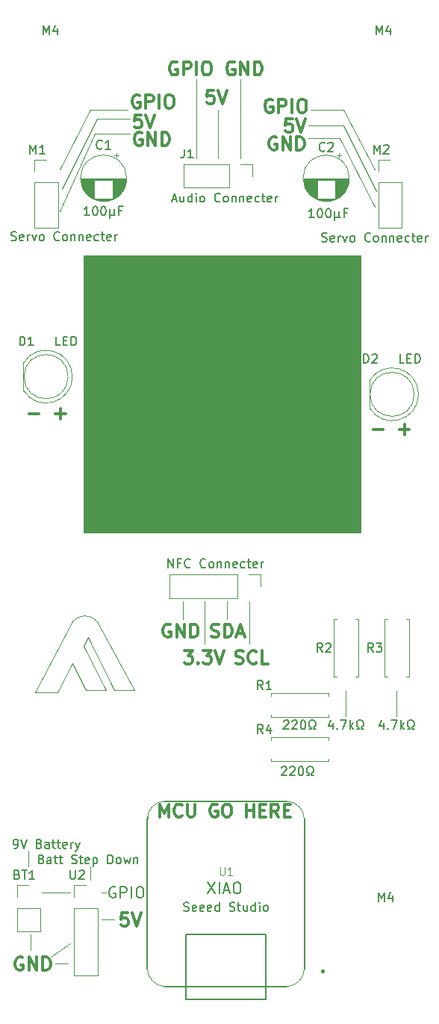
<source format=gbr>
%TF.GenerationSoftware,KiCad,Pcbnew,8.0.5*%
%TF.CreationDate,2025-07-27T14:10:40-07:00*%
%TF.ProjectId,Cashout Station,43617368-6f75-4742-9053-746174696f6e,rev?*%
%TF.SameCoordinates,Original*%
%TF.FileFunction,Legend,Top*%
%TF.FilePolarity,Positive*%
%FSLAX46Y46*%
G04 Gerber Fmt 4.6, Leading zero omitted, Abs format (unit mm)*
G04 Created by KiCad (PCBNEW 8.0.5) date 2025-07-27 14:10:40*
%MOMM*%
%LPD*%
G01*
G04 APERTURE LIST*
%ADD10C,0.100000*%
%ADD11C,0.000000*%
%ADD12C,0.200000*%
%ADD13C,0.300000*%
%ADD14C,0.150000*%
%ADD15C,0.101600*%
%ADD16C,0.120000*%
%ADD17C,0.127000*%
%ADD18C,0.254000*%
%ADD19C,0.025400*%
G04 APERTURE END LIST*
D10*
X157500000Y-112860000D02*
X157500000Y-115750000D01*
X133000000Y-48000000D02*
X129250000Y-48000000D01*
X129000000Y-49750000D02*
X125000000Y-58500000D01*
X130250000Y-135750000D02*
X129750000Y-135750000D01*
X153500000Y-47000000D02*
X157250000Y-47000000D01*
X128500000Y-132750000D02*
X128500000Y-134250000D01*
X132750000Y-47000000D02*
X128500000Y-47000000D01*
X126500001Y-105000000D02*
G75*
G02*
X129258219Y-104975021I1389999J-1190000D01*
G01*
X127750000Y-107750000D02*
X128250000Y-106750000D01*
X146500000Y-102750000D02*
X146500000Y-107500000D01*
X129250000Y-48000000D02*
X125250000Y-56000000D01*
X121750000Y-142250000D02*
X121750000Y-140500000D01*
X145500000Y-52500000D02*
X145500000Y-43500000D01*
X121500000Y-131000000D02*
X121500000Y-132750000D01*
X133000000Y-49750000D02*
X129000000Y-49750000D01*
X157250000Y-48750000D02*
X160950000Y-56250000D01*
X156750000Y-50250000D02*
X160750000Y-58000000D01*
X128000000Y-112750000D02*
X130250000Y-112750000D01*
X153250000Y-50250000D02*
X156750000Y-50250000D01*
X131250000Y-112750000D02*
X133500000Y-112750000D01*
X157250000Y-47000000D02*
X160750000Y-53750000D01*
X126500000Y-109750000D02*
X128000000Y-112750000D01*
D11*
G36*
X159250000Y-95000000D02*
G01*
X127750000Y-95000000D01*
X127750000Y-63500000D01*
X159250000Y-63500000D01*
X159250000Y-95000000D01*
G37*
D10*
X124750000Y-113000000D02*
X126500000Y-109750000D01*
X126250000Y-135750000D02*
X123000000Y-135750000D01*
X130250000Y-112750000D02*
X127750000Y-107750000D01*
X122250000Y-113000000D02*
X124750000Y-113000000D01*
X128500000Y-47000000D02*
X125000000Y-53750000D01*
X139000000Y-102750000D02*
X139000000Y-104750000D01*
X133500000Y-112750000D02*
X129250000Y-105000000D01*
X128250000Y-106750000D02*
X131250000Y-112750000D01*
X163250000Y-112860000D02*
X163250000Y-115750000D01*
X129750000Y-138750000D02*
X131250000Y-138750000D01*
X124000000Y-143000000D02*
X126250000Y-141500000D01*
X143000000Y-47000000D02*
X143000000Y-52500000D01*
X124500000Y-143750000D02*
X126000000Y-143750000D01*
X140500000Y-52500000D02*
X140500000Y-43500000D01*
X153250000Y-48750000D02*
X157250000Y-48750000D01*
X144000000Y-102750000D02*
X144000000Y-104750000D01*
X122250000Y-113000000D02*
X126500000Y-105000000D01*
X141500000Y-102750000D02*
X141500000Y-107500000D01*
D12*
X131333958Y-135146147D02*
X131214911Y-135086623D01*
X131214911Y-135086623D02*
X131036339Y-135086623D01*
X131036339Y-135086623D02*
X130857768Y-135146147D01*
X130857768Y-135146147D02*
X130738720Y-135265195D01*
X130738720Y-135265195D02*
X130679197Y-135384242D01*
X130679197Y-135384242D02*
X130619673Y-135622338D01*
X130619673Y-135622338D02*
X130619673Y-135800909D01*
X130619673Y-135800909D02*
X130679197Y-136039004D01*
X130679197Y-136039004D02*
X130738720Y-136158052D01*
X130738720Y-136158052D02*
X130857768Y-136277100D01*
X130857768Y-136277100D02*
X131036339Y-136336623D01*
X131036339Y-136336623D02*
X131155387Y-136336623D01*
X131155387Y-136336623D02*
X131333958Y-136277100D01*
X131333958Y-136277100D02*
X131393482Y-136217576D01*
X131393482Y-136217576D02*
X131393482Y-135800909D01*
X131393482Y-135800909D02*
X131155387Y-135800909D01*
X131929197Y-136336623D02*
X131929197Y-135086623D01*
X131929197Y-135086623D02*
X132405387Y-135086623D01*
X132405387Y-135086623D02*
X132524435Y-135146147D01*
X132524435Y-135146147D02*
X132583958Y-135205671D01*
X132583958Y-135205671D02*
X132643482Y-135324719D01*
X132643482Y-135324719D02*
X132643482Y-135503290D01*
X132643482Y-135503290D02*
X132583958Y-135622338D01*
X132583958Y-135622338D02*
X132524435Y-135681861D01*
X132524435Y-135681861D02*
X132405387Y-135741385D01*
X132405387Y-135741385D02*
X131929197Y-135741385D01*
X133179197Y-136336623D02*
X133179197Y-135086623D01*
X134012530Y-135086623D02*
X134250625Y-135086623D01*
X134250625Y-135086623D02*
X134369673Y-135146147D01*
X134369673Y-135146147D02*
X134488720Y-135265195D01*
X134488720Y-135265195D02*
X134548244Y-135503290D01*
X134548244Y-135503290D02*
X134548244Y-135919957D01*
X134548244Y-135919957D02*
X134488720Y-136158052D01*
X134488720Y-136158052D02*
X134369673Y-136277100D01*
X134369673Y-136277100D02*
X134250625Y-136336623D01*
X134250625Y-136336623D02*
X134012530Y-136336623D01*
X134012530Y-136336623D02*
X133893482Y-136277100D01*
X133893482Y-136277100D02*
X133774435Y-136158052D01*
X133774435Y-136158052D02*
X133714911Y-135919957D01*
X133714911Y-135919957D02*
X133714911Y-135503290D01*
X133714911Y-135503290D02*
X133774435Y-135265195D01*
X133774435Y-135265195D02*
X133893482Y-135146147D01*
X133893482Y-135146147D02*
X134012530Y-135086623D01*
D13*
X134340225Y-49622257D02*
X134197368Y-49550828D01*
X134197368Y-49550828D02*
X133983082Y-49550828D01*
X133983082Y-49550828D02*
X133768796Y-49622257D01*
X133768796Y-49622257D02*
X133625939Y-49765114D01*
X133625939Y-49765114D02*
X133554510Y-49907971D01*
X133554510Y-49907971D02*
X133483082Y-50193685D01*
X133483082Y-50193685D02*
X133483082Y-50407971D01*
X133483082Y-50407971D02*
X133554510Y-50693685D01*
X133554510Y-50693685D02*
X133625939Y-50836542D01*
X133625939Y-50836542D02*
X133768796Y-50979400D01*
X133768796Y-50979400D02*
X133983082Y-51050828D01*
X133983082Y-51050828D02*
X134125939Y-51050828D01*
X134125939Y-51050828D02*
X134340225Y-50979400D01*
X134340225Y-50979400D02*
X134411653Y-50907971D01*
X134411653Y-50907971D02*
X134411653Y-50407971D01*
X134411653Y-50407971D02*
X134125939Y-50407971D01*
X135054510Y-51050828D02*
X135054510Y-49550828D01*
X135054510Y-49550828D02*
X135911653Y-51050828D01*
X135911653Y-51050828D02*
X135911653Y-49550828D01*
X136625939Y-51050828D02*
X136625939Y-49550828D01*
X136625939Y-49550828D02*
X136983082Y-49550828D01*
X136983082Y-49550828D02*
X137197368Y-49622257D01*
X137197368Y-49622257D02*
X137340225Y-49765114D01*
X137340225Y-49765114D02*
X137411654Y-49907971D01*
X137411654Y-49907971D02*
X137483082Y-50193685D01*
X137483082Y-50193685D02*
X137483082Y-50407971D01*
X137483082Y-50407971D02*
X137411654Y-50693685D01*
X137411654Y-50693685D02*
X137340225Y-50836542D01*
X137340225Y-50836542D02*
X137197368Y-50979400D01*
X137197368Y-50979400D02*
X136983082Y-51050828D01*
X136983082Y-51050828D02*
X136625939Y-51050828D01*
X144983082Y-109729400D02*
X145197368Y-109800828D01*
X145197368Y-109800828D02*
X145554510Y-109800828D01*
X145554510Y-109800828D02*
X145697368Y-109729400D01*
X145697368Y-109729400D02*
X145768796Y-109657971D01*
X145768796Y-109657971D02*
X145840225Y-109515114D01*
X145840225Y-109515114D02*
X145840225Y-109372257D01*
X145840225Y-109372257D02*
X145768796Y-109229400D01*
X145768796Y-109229400D02*
X145697368Y-109157971D01*
X145697368Y-109157971D02*
X145554510Y-109086542D01*
X145554510Y-109086542D02*
X145268796Y-109015114D01*
X145268796Y-109015114D02*
X145125939Y-108943685D01*
X145125939Y-108943685D02*
X145054510Y-108872257D01*
X145054510Y-108872257D02*
X144983082Y-108729400D01*
X144983082Y-108729400D02*
X144983082Y-108586542D01*
X144983082Y-108586542D02*
X145054510Y-108443685D01*
X145054510Y-108443685D02*
X145125939Y-108372257D01*
X145125939Y-108372257D02*
X145268796Y-108300828D01*
X145268796Y-108300828D02*
X145625939Y-108300828D01*
X145625939Y-108300828D02*
X145840225Y-108372257D01*
X147340224Y-109657971D02*
X147268796Y-109729400D01*
X147268796Y-109729400D02*
X147054510Y-109800828D01*
X147054510Y-109800828D02*
X146911653Y-109800828D01*
X146911653Y-109800828D02*
X146697367Y-109729400D01*
X146697367Y-109729400D02*
X146554510Y-109586542D01*
X146554510Y-109586542D02*
X146483081Y-109443685D01*
X146483081Y-109443685D02*
X146411653Y-109157971D01*
X146411653Y-109157971D02*
X146411653Y-108943685D01*
X146411653Y-108943685D02*
X146483081Y-108657971D01*
X146483081Y-108657971D02*
X146554510Y-108515114D01*
X146554510Y-108515114D02*
X146697367Y-108372257D01*
X146697367Y-108372257D02*
X146911653Y-108300828D01*
X146911653Y-108300828D02*
X147054510Y-108300828D01*
X147054510Y-108300828D02*
X147268796Y-108372257D01*
X147268796Y-108372257D02*
X147340224Y-108443685D01*
X148697367Y-109800828D02*
X147983081Y-109800828D01*
X147983081Y-109800828D02*
X147983081Y-108300828D01*
X138340225Y-41622257D02*
X138197368Y-41550828D01*
X138197368Y-41550828D02*
X137983082Y-41550828D01*
X137983082Y-41550828D02*
X137768796Y-41622257D01*
X137768796Y-41622257D02*
X137625939Y-41765114D01*
X137625939Y-41765114D02*
X137554510Y-41907971D01*
X137554510Y-41907971D02*
X137483082Y-42193685D01*
X137483082Y-42193685D02*
X137483082Y-42407971D01*
X137483082Y-42407971D02*
X137554510Y-42693685D01*
X137554510Y-42693685D02*
X137625939Y-42836542D01*
X137625939Y-42836542D02*
X137768796Y-42979400D01*
X137768796Y-42979400D02*
X137983082Y-43050828D01*
X137983082Y-43050828D02*
X138125939Y-43050828D01*
X138125939Y-43050828D02*
X138340225Y-42979400D01*
X138340225Y-42979400D02*
X138411653Y-42907971D01*
X138411653Y-42907971D02*
X138411653Y-42407971D01*
X138411653Y-42407971D02*
X138125939Y-42407971D01*
X139054510Y-43050828D02*
X139054510Y-41550828D01*
X139054510Y-41550828D02*
X139625939Y-41550828D01*
X139625939Y-41550828D02*
X139768796Y-41622257D01*
X139768796Y-41622257D02*
X139840225Y-41693685D01*
X139840225Y-41693685D02*
X139911653Y-41836542D01*
X139911653Y-41836542D02*
X139911653Y-42050828D01*
X139911653Y-42050828D02*
X139840225Y-42193685D01*
X139840225Y-42193685D02*
X139768796Y-42265114D01*
X139768796Y-42265114D02*
X139625939Y-42336542D01*
X139625939Y-42336542D02*
X139054510Y-42336542D01*
X140554510Y-43050828D02*
X140554510Y-41550828D01*
X141554511Y-41550828D02*
X141840225Y-41550828D01*
X141840225Y-41550828D02*
X141983082Y-41622257D01*
X141983082Y-41622257D02*
X142125939Y-41765114D01*
X142125939Y-41765114D02*
X142197368Y-42050828D01*
X142197368Y-42050828D02*
X142197368Y-42550828D01*
X142197368Y-42550828D02*
X142125939Y-42836542D01*
X142125939Y-42836542D02*
X141983082Y-42979400D01*
X141983082Y-42979400D02*
X141840225Y-43050828D01*
X141840225Y-43050828D02*
X141554511Y-43050828D01*
X141554511Y-43050828D02*
X141411654Y-42979400D01*
X141411654Y-42979400D02*
X141268796Y-42836542D01*
X141268796Y-42836542D02*
X141197368Y-42550828D01*
X141197368Y-42550828D02*
X141197368Y-42050828D01*
X141197368Y-42050828D02*
X141268796Y-41765114D01*
X141268796Y-41765114D02*
X141411654Y-41622257D01*
X141411654Y-41622257D02*
X141554511Y-41550828D01*
X142518796Y-44800828D02*
X141804510Y-44800828D01*
X141804510Y-44800828D02*
X141733082Y-45515114D01*
X141733082Y-45515114D02*
X141804510Y-45443685D01*
X141804510Y-45443685D02*
X141947368Y-45372257D01*
X141947368Y-45372257D02*
X142304510Y-45372257D01*
X142304510Y-45372257D02*
X142447368Y-45443685D01*
X142447368Y-45443685D02*
X142518796Y-45515114D01*
X142518796Y-45515114D02*
X142590225Y-45657971D01*
X142590225Y-45657971D02*
X142590225Y-46015114D01*
X142590225Y-46015114D02*
X142518796Y-46157971D01*
X142518796Y-46157971D02*
X142447368Y-46229400D01*
X142447368Y-46229400D02*
X142304510Y-46300828D01*
X142304510Y-46300828D02*
X141947368Y-46300828D01*
X141947368Y-46300828D02*
X141804510Y-46229400D01*
X141804510Y-46229400D02*
X141733082Y-46157971D01*
X143018796Y-44800828D02*
X143518796Y-46300828D01*
X143518796Y-46300828D02*
X144018796Y-44800828D01*
X142233082Y-106729400D02*
X142447368Y-106800828D01*
X142447368Y-106800828D02*
X142804510Y-106800828D01*
X142804510Y-106800828D02*
X142947368Y-106729400D01*
X142947368Y-106729400D02*
X143018796Y-106657971D01*
X143018796Y-106657971D02*
X143090225Y-106515114D01*
X143090225Y-106515114D02*
X143090225Y-106372257D01*
X143090225Y-106372257D02*
X143018796Y-106229400D01*
X143018796Y-106229400D02*
X142947368Y-106157971D01*
X142947368Y-106157971D02*
X142804510Y-106086542D01*
X142804510Y-106086542D02*
X142518796Y-106015114D01*
X142518796Y-106015114D02*
X142375939Y-105943685D01*
X142375939Y-105943685D02*
X142304510Y-105872257D01*
X142304510Y-105872257D02*
X142233082Y-105729400D01*
X142233082Y-105729400D02*
X142233082Y-105586542D01*
X142233082Y-105586542D02*
X142304510Y-105443685D01*
X142304510Y-105443685D02*
X142375939Y-105372257D01*
X142375939Y-105372257D02*
X142518796Y-105300828D01*
X142518796Y-105300828D02*
X142875939Y-105300828D01*
X142875939Y-105300828D02*
X143090225Y-105372257D01*
X143733081Y-106800828D02*
X143733081Y-105300828D01*
X143733081Y-105300828D02*
X144090224Y-105300828D01*
X144090224Y-105300828D02*
X144304510Y-105372257D01*
X144304510Y-105372257D02*
X144447367Y-105515114D01*
X144447367Y-105515114D02*
X144518796Y-105657971D01*
X144518796Y-105657971D02*
X144590224Y-105943685D01*
X144590224Y-105943685D02*
X144590224Y-106157971D01*
X144590224Y-106157971D02*
X144518796Y-106443685D01*
X144518796Y-106443685D02*
X144447367Y-106586542D01*
X144447367Y-106586542D02*
X144304510Y-106729400D01*
X144304510Y-106729400D02*
X144090224Y-106800828D01*
X144090224Y-106800828D02*
X143733081Y-106800828D01*
X145161653Y-106372257D02*
X145875939Y-106372257D01*
X145018796Y-106800828D02*
X145518796Y-105300828D01*
X145518796Y-105300828D02*
X146018796Y-106800828D01*
X132768796Y-138050828D02*
X132054510Y-138050828D01*
X132054510Y-138050828D02*
X131983082Y-138765114D01*
X131983082Y-138765114D02*
X132054510Y-138693685D01*
X132054510Y-138693685D02*
X132197368Y-138622257D01*
X132197368Y-138622257D02*
X132554510Y-138622257D01*
X132554510Y-138622257D02*
X132697368Y-138693685D01*
X132697368Y-138693685D02*
X132768796Y-138765114D01*
X132768796Y-138765114D02*
X132840225Y-138907971D01*
X132840225Y-138907971D02*
X132840225Y-139265114D01*
X132840225Y-139265114D02*
X132768796Y-139407971D01*
X132768796Y-139407971D02*
X132697368Y-139479400D01*
X132697368Y-139479400D02*
X132554510Y-139550828D01*
X132554510Y-139550828D02*
X132197368Y-139550828D01*
X132197368Y-139550828D02*
X132054510Y-139479400D01*
X132054510Y-139479400D02*
X131983082Y-139407971D01*
X133268796Y-138050828D02*
X133768796Y-139550828D01*
X133768796Y-139550828D02*
X134268796Y-138050828D01*
X149159774Y-45872257D02*
X149016917Y-45800828D01*
X149016917Y-45800828D02*
X148802631Y-45800828D01*
X148802631Y-45800828D02*
X148588345Y-45872257D01*
X148588345Y-45872257D02*
X148445488Y-46015114D01*
X148445488Y-46015114D02*
X148374059Y-46157971D01*
X148374059Y-46157971D02*
X148302631Y-46443685D01*
X148302631Y-46443685D02*
X148302631Y-46657971D01*
X148302631Y-46657971D02*
X148374059Y-46943685D01*
X148374059Y-46943685D02*
X148445488Y-47086542D01*
X148445488Y-47086542D02*
X148588345Y-47229400D01*
X148588345Y-47229400D02*
X148802631Y-47300828D01*
X148802631Y-47300828D02*
X148945488Y-47300828D01*
X148945488Y-47300828D02*
X149159774Y-47229400D01*
X149159774Y-47229400D02*
X149231202Y-47157971D01*
X149231202Y-47157971D02*
X149231202Y-46657971D01*
X149231202Y-46657971D02*
X148945488Y-46657971D01*
X149874059Y-47300828D02*
X149874059Y-45800828D01*
X149874059Y-45800828D02*
X150445488Y-45800828D01*
X150445488Y-45800828D02*
X150588345Y-45872257D01*
X150588345Y-45872257D02*
X150659774Y-45943685D01*
X150659774Y-45943685D02*
X150731202Y-46086542D01*
X150731202Y-46086542D02*
X150731202Y-46300828D01*
X150731202Y-46300828D02*
X150659774Y-46443685D01*
X150659774Y-46443685D02*
X150588345Y-46515114D01*
X150588345Y-46515114D02*
X150445488Y-46586542D01*
X150445488Y-46586542D02*
X149874059Y-46586542D01*
X151374059Y-47300828D02*
X151374059Y-45800828D01*
X152374060Y-45800828D02*
X152659774Y-45800828D01*
X152659774Y-45800828D02*
X152802631Y-45872257D01*
X152802631Y-45872257D02*
X152945488Y-46015114D01*
X152945488Y-46015114D02*
X153016917Y-46300828D01*
X153016917Y-46300828D02*
X153016917Y-46800828D01*
X153016917Y-46800828D02*
X152945488Y-47086542D01*
X152945488Y-47086542D02*
X152802631Y-47229400D01*
X152802631Y-47229400D02*
X152659774Y-47300828D01*
X152659774Y-47300828D02*
X152374060Y-47300828D01*
X152374060Y-47300828D02*
X152231203Y-47229400D01*
X152231203Y-47229400D02*
X152088345Y-47086542D01*
X152088345Y-47086542D02*
X152016917Y-46800828D01*
X152016917Y-46800828D02*
X152016917Y-46300828D01*
X152016917Y-46300828D02*
X152088345Y-46015114D01*
X152088345Y-46015114D02*
X152231203Y-45872257D01*
X152231203Y-45872257D02*
X152374060Y-45800828D01*
D12*
X141810149Y-134586623D02*
X142643482Y-135836623D01*
X142643482Y-134586623D02*
X141810149Y-135836623D01*
X143119673Y-135836623D02*
X143119673Y-134586623D01*
X143655387Y-135479480D02*
X144250625Y-135479480D01*
X143536339Y-135836623D02*
X143953006Y-134586623D01*
X143953006Y-134586623D02*
X144369672Y-135836623D01*
X145024435Y-134586623D02*
X145262530Y-134586623D01*
X145262530Y-134586623D02*
X145381578Y-134646147D01*
X145381578Y-134646147D02*
X145500625Y-134765195D01*
X145500625Y-134765195D02*
X145560149Y-135003290D01*
X145560149Y-135003290D02*
X145560149Y-135419957D01*
X145560149Y-135419957D02*
X145500625Y-135658052D01*
X145500625Y-135658052D02*
X145381578Y-135777100D01*
X145381578Y-135777100D02*
X145262530Y-135836623D01*
X145262530Y-135836623D02*
X145024435Y-135836623D01*
X145024435Y-135836623D02*
X144905387Y-135777100D01*
X144905387Y-135777100D02*
X144786340Y-135658052D01*
X144786340Y-135658052D02*
X144726816Y-135419957D01*
X144726816Y-135419957D02*
X144726816Y-135003290D01*
X144726816Y-135003290D02*
X144786340Y-134765195D01*
X144786340Y-134765195D02*
X144905387Y-134646147D01*
X144905387Y-134646147D02*
X145024435Y-134586623D01*
D13*
X139161653Y-108300828D02*
X140090225Y-108300828D01*
X140090225Y-108300828D02*
X139590225Y-108872257D01*
X139590225Y-108872257D02*
X139804510Y-108872257D01*
X139804510Y-108872257D02*
X139947368Y-108943685D01*
X139947368Y-108943685D02*
X140018796Y-109015114D01*
X140018796Y-109015114D02*
X140090225Y-109157971D01*
X140090225Y-109157971D02*
X140090225Y-109515114D01*
X140090225Y-109515114D02*
X140018796Y-109657971D01*
X140018796Y-109657971D02*
X139947368Y-109729400D01*
X139947368Y-109729400D02*
X139804510Y-109800828D01*
X139804510Y-109800828D02*
X139375939Y-109800828D01*
X139375939Y-109800828D02*
X139233082Y-109729400D01*
X139233082Y-109729400D02*
X139161653Y-109657971D01*
X140733081Y-109657971D02*
X140804510Y-109729400D01*
X140804510Y-109729400D02*
X140733081Y-109800828D01*
X140733081Y-109800828D02*
X140661653Y-109729400D01*
X140661653Y-109729400D02*
X140733081Y-109657971D01*
X140733081Y-109657971D02*
X140733081Y-109800828D01*
X141304510Y-108300828D02*
X142233082Y-108300828D01*
X142233082Y-108300828D02*
X141733082Y-108872257D01*
X141733082Y-108872257D02*
X141947367Y-108872257D01*
X141947367Y-108872257D02*
X142090225Y-108943685D01*
X142090225Y-108943685D02*
X142161653Y-109015114D01*
X142161653Y-109015114D02*
X142233082Y-109157971D01*
X142233082Y-109157971D02*
X142233082Y-109515114D01*
X142233082Y-109515114D02*
X142161653Y-109657971D01*
X142161653Y-109657971D02*
X142090225Y-109729400D01*
X142090225Y-109729400D02*
X141947367Y-109800828D01*
X141947367Y-109800828D02*
X141518796Y-109800828D01*
X141518796Y-109800828D02*
X141375939Y-109729400D01*
X141375939Y-109729400D02*
X141304510Y-109657971D01*
X142661653Y-108300828D02*
X143161653Y-109800828D01*
X143161653Y-109800828D02*
X143661653Y-108300828D01*
X144840225Y-41622257D02*
X144697368Y-41550828D01*
X144697368Y-41550828D02*
X144483082Y-41550828D01*
X144483082Y-41550828D02*
X144268796Y-41622257D01*
X144268796Y-41622257D02*
X144125939Y-41765114D01*
X144125939Y-41765114D02*
X144054510Y-41907971D01*
X144054510Y-41907971D02*
X143983082Y-42193685D01*
X143983082Y-42193685D02*
X143983082Y-42407971D01*
X143983082Y-42407971D02*
X144054510Y-42693685D01*
X144054510Y-42693685D02*
X144125939Y-42836542D01*
X144125939Y-42836542D02*
X144268796Y-42979400D01*
X144268796Y-42979400D02*
X144483082Y-43050828D01*
X144483082Y-43050828D02*
X144625939Y-43050828D01*
X144625939Y-43050828D02*
X144840225Y-42979400D01*
X144840225Y-42979400D02*
X144911653Y-42907971D01*
X144911653Y-42907971D02*
X144911653Y-42407971D01*
X144911653Y-42407971D02*
X144625939Y-42407971D01*
X145554510Y-43050828D02*
X145554510Y-41550828D01*
X145554510Y-41550828D02*
X146411653Y-43050828D01*
X146411653Y-43050828D02*
X146411653Y-41550828D01*
X147125939Y-43050828D02*
X147125939Y-41550828D01*
X147125939Y-41550828D02*
X147483082Y-41550828D01*
X147483082Y-41550828D02*
X147697368Y-41622257D01*
X147697368Y-41622257D02*
X147840225Y-41765114D01*
X147840225Y-41765114D02*
X147911654Y-41907971D01*
X147911654Y-41907971D02*
X147983082Y-42193685D01*
X147983082Y-42193685D02*
X147983082Y-42407971D01*
X147983082Y-42407971D02*
X147911654Y-42693685D01*
X147911654Y-42693685D02*
X147840225Y-42836542D01*
X147840225Y-42836542D02*
X147697368Y-42979400D01*
X147697368Y-42979400D02*
X147483082Y-43050828D01*
X147483082Y-43050828D02*
X147125939Y-43050828D01*
X120840225Y-143122257D02*
X120697368Y-143050828D01*
X120697368Y-143050828D02*
X120483082Y-143050828D01*
X120483082Y-143050828D02*
X120268796Y-143122257D01*
X120268796Y-143122257D02*
X120125939Y-143265114D01*
X120125939Y-143265114D02*
X120054510Y-143407971D01*
X120054510Y-143407971D02*
X119983082Y-143693685D01*
X119983082Y-143693685D02*
X119983082Y-143907971D01*
X119983082Y-143907971D02*
X120054510Y-144193685D01*
X120054510Y-144193685D02*
X120125939Y-144336542D01*
X120125939Y-144336542D02*
X120268796Y-144479400D01*
X120268796Y-144479400D02*
X120483082Y-144550828D01*
X120483082Y-144550828D02*
X120625939Y-144550828D01*
X120625939Y-144550828D02*
X120840225Y-144479400D01*
X120840225Y-144479400D02*
X120911653Y-144407971D01*
X120911653Y-144407971D02*
X120911653Y-143907971D01*
X120911653Y-143907971D02*
X120625939Y-143907971D01*
X121554510Y-144550828D02*
X121554510Y-143050828D01*
X121554510Y-143050828D02*
X122411653Y-144550828D01*
X122411653Y-144550828D02*
X122411653Y-143050828D01*
X123125939Y-144550828D02*
X123125939Y-143050828D01*
X123125939Y-143050828D02*
X123483082Y-143050828D01*
X123483082Y-143050828D02*
X123697368Y-143122257D01*
X123697368Y-143122257D02*
X123840225Y-143265114D01*
X123840225Y-143265114D02*
X123911654Y-143407971D01*
X123911654Y-143407971D02*
X123983082Y-143693685D01*
X123983082Y-143693685D02*
X123983082Y-143907971D01*
X123983082Y-143907971D02*
X123911654Y-144193685D01*
X123911654Y-144193685D02*
X123840225Y-144336542D01*
X123840225Y-144336542D02*
X123697368Y-144479400D01*
X123697368Y-144479400D02*
X123483082Y-144550828D01*
X123483082Y-144550828D02*
X123125939Y-144550828D01*
X124554510Y-81479400D02*
X125697368Y-81479400D01*
X125125939Y-82050828D02*
X125125939Y-80907971D01*
X121554510Y-81479400D02*
X122697368Y-81479400D01*
X163554510Y-83229400D02*
X164697368Y-83229400D01*
X164125939Y-83800828D02*
X164125939Y-82657971D01*
X134090225Y-45372257D02*
X133947368Y-45300828D01*
X133947368Y-45300828D02*
X133733082Y-45300828D01*
X133733082Y-45300828D02*
X133518796Y-45372257D01*
X133518796Y-45372257D02*
X133375939Y-45515114D01*
X133375939Y-45515114D02*
X133304510Y-45657971D01*
X133304510Y-45657971D02*
X133233082Y-45943685D01*
X133233082Y-45943685D02*
X133233082Y-46157971D01*
X133233082Y-46157971D02*
X133304510Y-46443685D01*
X133304510Y-46443685D02*
X133375939Y-46586542D01*
X133375939Y-46586542D02*
X133518796Y-46729400D01*
X133518796Y-46729400D02*
X133733082Y-46800828D01*
X133733082Y-46800828D02*
X133875939Y-46800828D01*
X133875939Y-46800828D02*
X134090225Y-46729400D01*
X134090225Y-46729400D02*
X134161653Y-46657971D01*
X134161653Y-46657971D02*
X134161653Y-46157971D01*
X134161653Y-46157971D02*
X133875939Y-46157971D01*
X134804510Y-46800828D02*
X134804510Y-45300828D01*
X134804510Y-45300828D02*
X135375939Y-45300828D01*
X135375939Y-45300828D02*
X135518796Y-45372257D01*
X135518796Y-45372257D02*
X135590225Y-45443685D01*
X135590225Y-45443685D02*
X135661653Y-45586542D01*
X135661653Y-45586542D02*
X135661653Y-45800828D01*
X135661653Y-45800828D02*
X135590225Y-45943685D01*
X135590225Y-45943685D02*
X135518796Y-46015114D01*
X135518796Y-46015114D02*
X135375939Y-46086542D01*
X135375939Y-46086542D02*
X134804510Y-46086542D01*
X136304510Y-46800828D02*
X136304510Y-45300828D01*
X137304511Y-45300828D02*
X137590225Y-45300828D01*
X137590225Y-45300828D02*
X137733082Y-45372257D01*
X137733082Y-45372257D02*
X137875939Y-45515114D01*
X137875939Y-45515114D02*
X137947368Y-45800828D01*
X137947368Y-45800828D02*
X137947368Y-46300828D01*
X137947368Y-46300828D02*
X137875939Y-46586542D01*
X137875939Y-46586542D02*
X137733082Y-46729400D01*
X137733082Y-46729400D02*
X137590225Y-46800828D01*
X137590225Y-46800828D02*
X137304511Y-46800828D01*
X137304511Y-46800828D02*
X137161654Y-46729400D01*
X137161654Y-46729400D02*
X137018796Y-46586542D01*
X137018796Y-46586542D02*
X136947368Y-46300828D01*
X136947368Y-46300828D02*
X136947368Y-45800828D01*
X136947368Y-45800828D02*
X137018796Y-45515114D01*
X137018796Y-45515114D02*
X137161654Y-45372257D01*
X137161654Y-45372257D02*
X137304511Y-45300828D01*
X134268796Y-47550828D02*
X133554510Y-47550828D01*
X133554510Y-47550828D02*
X133483082Y-48265114D01*
X133483082Y-48265114D02*
X133554510Y-48193685D01*
X133554510Y-48193685D02*
X133697368Y-48122257D01*
X133697368Y-48122257D02*
X134054510Y-48122257D01*
X134054510Y-48122257D02*
X134197368Y-48193685D01*
X134197368Y-48193685D02*
X134268796Y-48265114D01*
X134268796Y-48265114D02*
X134340225Y-48407971D01*
X134340225Y-48407971D02*
X134340225Y-48765114D01*
X134340225Y-48765114D02*
X134268796Y-48907971D01*
X134268796Y-48907971D02*
X134197368Y-48979400D01*
X134197368Y-48979400D02*
X134054510Y-49050828D01*
X134054510Y-49050828D02*
X133697368Y-49050828D01*
X133697368Y-49050828D02*
X133554510Y-48979400D01*
X133554510Y-48979400D02*
X133483082Y-48907971D01*
X134768796Y-47550828D02*
X135268796Y-49050828D01*
X135268796Y-49050828D02*
X135768796Y-47550828D01*
X149624060Y-50122257D02*
X149481203Y-50050828D01*
X149481203Y-50050828D02*
X149266917Y-50050828D01*
X149266917Y-50050828D02*
X149052631Y-50122257D01*
X149052631Y-50122257D02*
X148909774Y-50265114D01*
X148909774Y-50265114D02*
X148838345Y-50407971D01*
X148838345Y-50407971D02*
X148766917Y-50693685D01*
X148766917Y-50693685D02*
X148766917Y-50907971D01*
X148766917Y-50907971D02*
X148838345Y-51193685D01*
X148838345Y-51193685D02*
X148909774Y-51336542D01*
X148909774Y-51336542D02*
X149052631Y-51479400D01*
X149052631Y-51479400D02*
X149266917Y-51550828D01*
X149266917Y-51550828D02*
X149409774Y-51550828D01*
X149409774Y-51550828D02*
X149624060Y-51479400D01*
X149624060Y-51479400D02*
X149695488Y-51407971D01*
X149695488Y-51407971D02*
X149695488Y-50907971D01*
X149695488Y-50907971D02*
X149409774Y-50907971D01*
X150338345Y-51550828D02*
X150338345Y-50050828D01*
X150338345Y-50050828D02*
X151195488Y-51550828D01*
X151195488Y-51550828D02*
X151195488Y-50050828D01*
X151909774Y-51550828D02*
X151909774Y-50050828D01*
X151909774Y-50050828D02*
X152266917Y-50050828D01*
X152266917Y-50050828D02*
X152481203Y-50122257D01*
X152481203Y-50122257D02*
X152624060Y-50265114D01*
X152624060Y-50265114D02*
X152695489Y-50407971D01*
X152695489Y-50407971D02*
X152766917Y-50693685D01*
X152766917Y-50693685D02*
X152766917Y-50907971D01*
X152766917Y-50907971D02*
X152695489Y-51193685D01*
X152695489Y-51193685D02*
X152624060Y-51336542D01*
X152624060Y-51336542D02*
X152481203Y-51479400D01*
X152481203Y-51479400D02*
X152266917Y-51550828D01*
X152266917Y-51550828D02*
X151909774Y-51550828D01*
X151409775Y-48050828D02*
X150695489Y-48050828D01*
X150695489Y-48050828D02*
X150624061Y-48765114D01*
X150624061Y-48765114D02*
X150695489Y-48693685D01*
X150695489Y-48693685D02*
X150838347Y-48622257D01*
X150838347Y-48622257D02*
X151195489Y-48622257D01*
X151195489Y-48622257D02*
X151338347Y-48693685D01*
X151338347Y-48693685D02*
X151409775Y-48765114D01*
X151409775Y-48765114D02*
X151481204Y-48907971D01*
X151481204Y-48907971D02*
X151481204Y-49265114D01*
X151481204Y-49265114D02*
X151409775Y-49407971D01*
X151409775Y-49407971D02*
X151338347Y-49479400D01*
X151338347Y-49479400D02*
X151195489Y-49550828D01*
X151195489Y-49550828D02*
X150838347Y-49550828D01*
X150838347Y-49550828D02*
X150695489Y-49479400D01*
X150695489Y-49479400D02*
X150624061Y-49407971D01*
X151909775Y-48050828D02*
X152409775Y-49550828D01*
X152409775Y-49550828D02*
X152909775Y-48050828D01*
X137590225Y-105372257D02*
X137447368Y-105300828D01*
X137447368Y-105300828D02*
X137233082Y-105300828D01*
X137233082Y-105300828D02*
X137018796Y-105372257D01*
X137018796Y-105372257D02*
X136875939Y-105515114D01*
X136875939Y-105515114D02*
X136804510Y-105657971D01*
X136804510Y-105657971D02*
X136733082Y-105943685D01*
X136733082Y-105943685D02*
X136733082Y-106157971D01*
X136733082Y-106157971D02*
X136804510Y-106443685D01*
X136804510Y-106443685D02*
X136875939Y-106586542D01*
X136875939Y-106586542D02*
X137018796Y-106729400D01*
X137018796Y-106729400D02*
X137233082Y-106800828D01*
X137233082Y-106800828D02*
X137375939Y-106800828D01*
X137375939Y-106800828D02*
X137590225Y-106729400D01*
X137590225Y-106729400D02*
X137661653Y-106657971D01*
X137661653Y-106657971D02*
X137661653Y-106157971D01*
X137661653Y-106157971D02*
X137375939Y-106157971D01*
X138304510Y-106800828D02*
X138304510Y-105300828D01*
X138304510Y-105300828D02*
X139161653Y-106800828D01*
X139161653Y-106800828D02*
X139161653Y-105300828D01*
X139875939Y-106800828D02*
X139875939Y-105300828D01*
X139875939Y-105300828D02*
X140233082Y-105300828D01*
X140233082Y-105300828D02*
X140447368Y-105372257D01*
X140447368Y-105372257D02*
X140590225Y-105515114D01*
X140590225Y-105515114D02*
X140661654Y-105657971D01*
X140661654Y-105657971D02*
X140733082Y-105943685D01*
X140733082Y-105943685D02*
X140733082Y-106157971D01*
X140733082Y-106157971D02*
X140661654Y-106443685D01*
X140661654Y-106443685D02*
X140590225Y-106586542D01*
X140590225Y-106586542D02*
X140447368Y-106729400D01*
X140447368Y-106729400D02*
X140233082Y-106800828D01*
X140233082Y-106800828D02*
X139875939Y-106800828D01*
X160554510Y-83229400D02*
X161697368Y-83229400D01*
D14*
X120214285Y-133681009D02*
X120357142Y-133728628D01*
X120357142Y-133728628D02*
X120404761Y-133776247D01*
X120404761Y-133776247D02*
X120452380Y-133871485D01*
X120452380Y-133871485D02*
X120452380Y-134014342D01*
X120452380Y-134014342D02*
X120404761Y-134109580D01*
X120404761Y-134109580D02*
X120357142Y-134157200D01*
X120357142Y-134157200D02*
X120261904Y-134204819D01*
X120261904Y-134204819D02*
X119880952Y-134204819D01*
X119880952Y-134204819D02*
X119880952Y-133204819D01*
X119880952Y-133204819D02*
X120214285Y-133204819D01*
X120214285Y-133204819D02*
X120309523Y-133252438D01*
X120309523Y-133252438D02*
X120357142Y-133300057D01*
X120357142Y-133300057D02*
X120404761Y-133395295D01*
X120404761Y-133395295D02*
X120404761Y-133490533D01*
X120404761Y-133490533D02*
X120357142Y-133585771D01*
X120357142Y-133585771D02*
X120309523Y-133633390D01*
X120309523Y-133633390D02*
X120214285Y-133681009D01*
X120214285Y-133681009D02*
X119880952Y-133681009D01*
X120738095Y-133204819D02*
X121309523Y-133204819D01*
X121023809Y-134204819D02*
X121023809Y-133204819D01*
X122166666Y-134204819D02*
X121595238Y-134204819D01*
X121880952Y-134204819D02*
X121880952Y-133204819D01*
X121880952Y-133204819D02*
X121785714Y-133347676D01*
X121785714Y-133347676D02*
X121690476Y-133442914D01*
X121690476Y-133442914D02*
X121595238Y-133490533D01*
X119857142Y-130704819D02*
X120047618Y-130704819D01*
X120047618Y-130704819D02*
X120142856Y-130657200D01*
X120142856Y-130657200D02*
X120190475Y-130609580D01*
X120190475Y-130609580D02*
X120285713Y-130466723D01*
X120285713Y-130466723D02*
X120333332Y-130276247D01*
X120333332Y-130276247D02*
X120333332Y-129895295D01*
X120333332Y-129895295D02*
X120285713Y-129800057D01*
X120285713Y-129800057D02*
X120238094Y-129752438D01*
X120238094Y-129752438D02*
X120142856Y-129704819D01*
X120142856Y-129704819D02*
X119952380Y-129704819D01*
X119952380Y-129704819D02*
X119857142Y-129752438D01*
X119857142Y-129752438D02*
X119809523Y-129800057D01*
X119809523Y-129800057D02*
X119761904Y-129895295D01*
X119761904Y-129895295D02*
X119761904Y-130133390D01*
X119761904Y-130133390D02*
X119809523Y-130228628D01*
X119809523Y-130228628D02*
X119857142Y-130276247D01*
X119857142Y-130276247D02*
X119952380Y-130323866D01*
X119952380Y-130323866D02*
X120142856Y-130323866D01*
X120142856Y-130323866D02*
X120238094Y-130276247D01*
X120238094Y-130276247D02*
X120285713Y-130228628D01*
X120285713Y-130228628D02*
X120333332Y-130133390D01*
X120619047Y-129704819D02*
X120952380Y-130704819D01*
X120952380Y-130704819D02*
X121285713Y-129704819D01*
X122714285Y-130181009D02*
X122857142Y-130228628D01*
X122857142Y-130228628D02*
X122904761Y-130276247D01*
X122904761Y-130276247D02*
X122952380Y-130371485D01*
X122952380Y-130371485D02*
X122952380Y-130514342D01*
X122952380Y-130514342D02*
X122904761Y-130609580D01*
X122904761Y-130609580D02*
X122857142Y-130657200D01*
X122857142Y-130657200D02*
X122761904Y-130704819D01*
X122761904Y-130704819D02*
X122380952Y-130704819D01*
X122380952Y-130704819D02*
X122380952Y-129704819D01*
X122380952Y-129704819D02*
X122714285Y-129704819D01*
X122714285Y-129704819D02*
X122809523Y-129752438D01*
X122809523Y-129752438D02*
X122857142Y-129800057D01*
X122857142Y-129800057D02*
X122904761Y-129895295D01*
X122904761Y-129895295D02*
X122904761Y-129990533D01*
X122904761Y-129990533D02*
X122857142Y-130085771D01*
X122857142Y-130085771D02*
X122809523Y-130133390D01*
X122809523Y-130133390D02*
X122714285Y-130181009D01*
X122714285Y-130181009D02*
X122380952Y-130181009D01*
X123809523Y-130704819D02*
X123809523Y-130181009D01*
X123809523Y-130181009D02*
X123761904Y-130085771D01*
X123761904Y-130085771D02*
X123666666Y-130038152D01*
X123666666Y-130038152D02*
X123476190Y-130038152D01*
X123476190Y-130038152D02*
X123380952Y-130085771D01*
X123809523Y-130657200D02*
X123714285Y-130704819D01*
X123714285Y-130704819D02*
X123476190Y-130704819D01*
X123476190Y-130704819D02*
X123380952Y-130657200D01*
X123380952Y-130657200D02*
X123333333Y-130561961D01*
X123333333Y-130561961D02*
X123333333Y-130466723D01*
X123333333Y-130466723D02*
X123380952Y-130371485D01*
X123380952Y-130371485D02*
X123476190Y-130323866D01*
X123476190Y-130323866D02*
X123714285Y-130323866D01*
X123714285Y-130323866D02*
X123809523Y-130276247D01*
X124142857Y-130038152D02*
X124523809Y-130038152D01*
X124285714Y-129704819D02*
X124285714Y-130561961D01*
X124285714Y-130561961D02*
X124333333Y-130657200D01*
X124333333Y-130657200D02*
X124428571Y-130704819D01*
X124428571Y-130704819D02*
X124523809Y-130704819D01*
X124714286Y-130038152D02*
X125095238Y-130038152D01*
X124857143Y-129704819D02*
X124857143Y-130561961D01*
X124857143Y-130561961D02*
X124904762Y-130657200D01*
X124904762Y-130657200D02*
X125000000Y-130704819D01*
X125000000Y-130704819D02*
X125095238Y-130704819D01*
X125809524Y-130657200D02*
X125714286Y-130704819D01*
X125714286Y-130704819D02*
X125523810Y-130704819D01*
X125523810Y-130704819D02*
X125428572Y-130657200D01*
X125428572Y-130657200D02*
X125380953Y-130561961D01*
X125380953Y-130561961D02*
X125380953Y-130181009D01*
X125380953Y-130181009D02*
X125428572Y-130085771D01*
X125428572Y-130085771D02*
X125523810Y-130038152D01*
X125523810Y-130038152D02*
X125714286Y-130038152D01*
X125714286Y-130038152D02*
X125809524Y-130085771D01*
X125809524Y-130085771D02*
X125857143Y-130181009D01*
X125857143Y-130181009D02*
X125857143Y-130276247D01*
X125857143Y-130276247D02*
X125380953Y-130371485D01*
X126285715Y-130704819D02*
X126285715Y-130038152D01*
X126285715Y-130228628D02*
X126333334Y-130133390D01*
X126333334Y-130133390D02*
X126380953Y-130085771D01*
X126380953Y-130085771D02*
X126476191Y-130038152D01*
X126476191Y-130038152D02*
X126571429Y-130038152D01*
X126809525Y-130038152D02*
X127047620Y-130704819D01*
X127285715Y-130038152D02*
X127047620Y-130704819D01*
X127047620Y-130704819D02*
X126952382Y-130942914D01*
X126952382Y-130942914D02*
X126904763Y-130990533D01*
X126904763Y-130990533D02*
X126809525Y-131038152D01*
X121690476Y-51954819D02*
X121690476Y-50954819D01*
X121690476Y-50954819D02*
X122023809Y-51669104D01*
X122023809Y-51669104D02*
X122357142Y-50954819D01*
X122357142Y-50954819D02*
X122357142Y-51954819D01*
X123357142Y-51954819D02*
X122785714Y-51954819D01*
X123071428Y-51954819D02*
X123071428Y-50954819D01*
X123071428Y-50954819D02*
X122976190Y-51097676D01*
X122976190Y-51097676D02*
X122880952Y-51192914D01*
X122880952Y-51192914D02*
X122785714Y-51240533D01*
X119523808Y-61777200D02*
X119666665Y-61824819D01*
X119666665Y-61824819D02*
X119904760Y-61824819D01*
X119904760Y-61824819D02*
X119999998Y-61777200D01*
X119999998Y-61777200D02*
X120047617Y-61729580D01*
X120047617Y-61729580D02*
X120095236Y-61634342D01*
X120095236Y-61634342D02*
X120095236Y-61539104D01*
X120095236Y-61539104D02*
X120047617Y-61443866D01*
X120047617Y-61443866D02*
X119999998Y-61396247D01*
X119999998Y-61396247D02*
X119904760Y-61348628D01*
X119904760Y-61348628D02*
X119714284Y-61301009D01*
X119714284Y-61301009D02*
X119619046Y-61253390D01*
X119619046Y-61253390D02*
X119571427Y-61205771D01*
X119571427Y-61205771D02*
X119523808Y-61110533D01*
X119523808Y-61110533D02*
X119523808Y-61015295D01*
X119523808Y-61015295D02*
X119571427Y-60920057D01*
X119571427Y-60920057D02*
X119619046Y-60872438D01*
X119619046Y-60872438D02*
X119714284Y-60824819D01*
X119714284Y-60824819D02*
X119952379Y-60824819D01*
X119952379Y-60824819D02*
X120095236Y-60872438D01*
X120904760Y-61777200D02*
X120809522Y-61824819D01*
X120809522Y-61824819D02*
X120619046Y-61824819D01*
X120619046Y-61824819D02*
X120523808Y-61777200D01*
X120523808Y-61777200D02*
X120476189Y-61681961D01*
X120476189Y-61681961D02*
X120476189Y-61301009D01*
X120476189Y-61301009D02*
X120523808Y-61205771D01*
X120523808Y-61205771D02*
X120619046Y-61158152D01*
X120619046Y-61158152D02*
X120809522Y-61158152D01*
X120809522Y-61158152D02*
X120904760Y-61205771D01*
X120904760Y-61205771D02*
X120952379Y-61301009D01*
X120952379Y-61301009D02*
X120952379Y-61396247D01*
X120952379Y-61396247D02*
X120476189Y-61491485D01*
X121380951Y-61824819D02*
X121380951Y-61158152D01*
X121380951Y-61348628D02*
X121428570Y-61253390D01*
X121428570Y-61253390D02*
X121476189Y-61205771D01*
X121476189Y-61205771D02*
X121571427Y-61158152D01*
X121571427Y-61158152D02*
X121666665Y-61158152D01*
X121904761Y-61158152D02*
X122142856Y-61824819D01*
X122142856Y-61824819D02*
X122380951Y-61158152D01*
X122904761Y-61824819D02*
X122809523Y-61777200D01*
X122809523Y-61777200D02*
X122761904Y-61729580D01*
X122761904Y-61729580D02*
X122714285Y-61634342D01*
X122714285Y-61634342D02*
X122714285Y-61348628D01*
X122714285Y-61348628D02*
X122761904Y-61253390D01*
X122761904Y-61253390D02*
X122809523Y-61205771D01*
X122809523Y-61205771D02*
X122904761Y-61158152D01*
X122904761Y-61158152D02*
X123047618Y-61158152D01*
X123047618Y-61158152D02*
X123142856Y-61205771D01*
X123142856Y-61205771D02*
X123190475Y-61253390D01*
X123190475Y-61253390D02*
X123238094Y-61348628D01*
X123238094Y-61348628D02*
X123238094Y-61634342D01*
X123238094Y-61634342D02*
X123190475Y-61729580D01*
X123190475Y-61729580D02*
X123142856Y-61777200D01*
X123142856Y-61777200D02*
X123047618Y-61824819D01*
X123047618Y-61824819D02*
X122904761Y-61824819D01*
X124999999Y-61729580D02*
X124952380Y-61777200D01*
X124952380Y-61777200D02*
X124809523Y-61824819D01*
X124809523Y-61824819D02*
X124714285Y-61824819D01*
X124714285Y-61824819D02*
X124571428Y-61777200D01*
X124571428Y-61777200D02*
X124476190Y-61681961D01*
X124476190Y-61681961D02*
X124428571Y-61586723D01*
X124428571Y-61586723D02*
X124380952Y-61396247D01*
X124380952Y-61396247D02*
X124380952Y-61253390D01*
X124380952Y-61253390D02*
X124428571Y-61062914D01*
X124428571Y-61062914D02*
X124476190Y-60967676D01*
X124476190Y-60967676D02*
X124571428Y-60872438D01*
X124571428Y-60872438D02*
X124714285Y-60824819D01*
X124714285Y-60824819D02*
X124809523Y-60824819D01*
X124809523Y-60824819D02*
X124952380Y-60872438D01*
X124952380Y-60872438D02*
X124999999Y-60920057D01*
X125571428Y-61824819D02*
X125476190Y-61777200D01*
X125476190Y-61777200D02*
X125428571Y-61729580D01*
X125428571Y-61729580D02*
X125380952Y-61634342D01*
X125380952Y-61634342D02*
X125380952Y-61348628D01*
X125380952Y-61348628D02*
X125428571Y-61253390D01*
X125428571Y-61253390D02*
X125476190Y-61205771D01*
X125476190Y-61205771D02*
X125571428Y-61158152D01*
X125571428Y-61158152D02*
X125714285Y-61158152D01*
X125714285Y-61158152D02*
X125809523Y-61205771D01*
X125809523Y-61205771D02*
X125857142Y-61253390D01*
X125857142Y-61253390D02*
X125904761Y-61348628D01*
X125904761Y-61348628D02*
X125904761Y-61634342D01*
X125904761Y-61634342D02*
X125857142Y-61729580D01*
X125857142Y-61729580D02*
X125809523Y-61777200D01*
X125809523Y-61777200D02*
X125714285Y-61824819D01*
X125714285Y-61824819D02*
X125571428Y-61824819D01*
X126333333Y-61158152D02*
X126333333Y-61824819D01*
X126333333Y-61253390D02*
X126380952Y-61205771D01*
X126380952Y-61205771D02*
X126476190Y-61158152D01*
X126476190Y-61158152D02*
X126619047Y-61158152D01*
X126619047Y-61158152D02*
X126714285Y-61205771D01*
X126714285Y-61205771D02*
X126761904Y-61301009D01*
X126761904Y-61301009D02*
X126761904Y-61824819D01*
X127238095Y-61158152D02*
X127238095Y-61824819D01*
X127238095Y-61253390D02*
X127285714Y-61205771D01*
X127285714Y-61205771D02*
X127380952Y-61158152D01*
X127380952Y-61158152D02*
X127523809Y-61158152D01*
X127523809Y-61158152D02*
X127619047Y-61205771D01*
X127619047Y-61205771D02*
X127666666Y-61301009D01*
X127666666Y-61301009D02*
X127666666Y-61824819D01*
X128523809Y-61777200D02*
X128428571Y-61824819D01*
X128428571Y-61824819D02*
X128238095Y-61824819D01*
X128238095Y-61824819D02*
X128142857Y-61777200D01*
X128142857Y-61777200D02*
X128095238Y-61681961D01*
X128095238Y-61681961D02*
X128095238Y-61301009D01*
X128095238Y-61301009D02*
X128142857Y-61205771D01*
X128142857Y-61205771D02*
X128238095Y-61158152D01*
X128238095Y-61158152D02*
X128428571Y-61158152D01*
X128428571Y-61158152D02*
X128523809Y-61205771D01*
X128523809Y-61205771D02*
X128571428Y-61301009D01*
X128571428Y-61301009D02*
X128571428Y-61396247D01*
X128571428Y-61396247D02*
X128095238Y-61491485D01*
X129428571Y-61777200D02*
X129333333Y-61824819D01*
X129333333Y-61824819D02*
X129142857Y-61824819D01*
X129142857Y-61824819D02*
X129047619Y-61777200D01*
X129047619Y-61777200D02*
X129000000Y-61729580D01*
X129000000Y-61729580D02*
X128952381Y-61634342D01*
X128952381Y-61634342D02*
X128952381Y-61348628D01*
X128952381Y-61348628D02*
X129000000Y-61253390D01*
X129000000Y-61253390D02*
X129047619Y-61205771D01*
X129047619Y-61205771D02*
X129142857Y-61158152D01*
X129142857Y-61158152D02*
X129333333Y-61158152D01*
X129333333Y-61158152D02*
X129428571Y-61205771D01*
X129714286Y-61158152D02*
X130095238Y-61158152D01*
X129857143Y-60824819D02*
X129857143Y-61681961D01*
X129857143Y-61681961D02*
X129904762Y-61777200D01*
X129904762Y-61777200D02*
X130000000Y-61824819D01*
X130000000Y-61824819D02*
X130095238Y-61824819D01*
X130809524Y-61777200D02*
X130714286Y-61824819D01*
X130714286Y-61824819D02*
X130523810Y-61824819D01*
X130523810Y-61824819D02*
X130428572Y-61777200D01*
X130428572Y-61777200D02*
X130380953Y-61681961D01*
X130380953Y-61681961D02*
X130380953Y-61301009D01*
X130380953Y-61301009D02*
X130428572Y-61205771D01*
X130428572Y-61205771D02*
X130523810Y-61158152D01*
X130523810Y-61158152D02*
X130714286Y-61158152D01*
X130714286Y-61158152D02*
X130809524Y-61205771D01*
X130809524Y-61205771D02*
X130857143Y-61301009D01*
X130857143Y-61301009D02*
X130857143Y-61396247D01*
X130857143Y-61396247D02*
X130380953Y-61491485D01*
X131285715Y-61824819D02*
X131285715Y-61158152D01*
X131285715Y-61348628D02*
X131333334Y-61253390D01*
X131333334Y-61253390D02*
X131380953Y-61205771D01*
X131380953Y-61205771D02*
X131476191Y-61158152D01*
X131476191Y-61158152D02*
X131571429Y-61158152D01*
X139166666Y-51454819D02*
X139166666Y-52169104D01*
X139166666Y-52169104D02*
X139119047Y-52311961D01*
X139119047Y-52311961D02*
X139023809Y-52407200D01*
X139023809Y-52407200D02*
X138880952Y-52454819D01*
X138880952Y-52454819D02*
X138785714Y-52454819D01*
X140166666Y-52454819D02*
X139595238Y-52454819D01*
X139880952Y-52454819D02*
X139880952Y-51454819D01*
X139880952Y-51454819D02*
X139785714Y-51597676D01*
X139785714Y-51597676D02*
X139690476Y-51692914D01*
X139690476Y-51692914D02*
X139595238Y-51740533D01*
X137797618Y-57169104D02*
X138273808Y-57169104D01*
X137702380Y-57454819D02*
X138035713Y-56454819D01*
X138035713Y-56454819D02*
X138369046Y-57454819D01*
X139130951Y-56788152D02*
X139130951Y-57454819D01*
X138702380Y-56788152D02*
X138702380Y-57311961D01*
X138702380Y-57311961D02*
X138749999Y-57407200D01*
X138749999Y-57407200D02*
X138845237Y-57454819D01*
X138845237Y-57454819D02*
X138988094Y-57454819D01*
X138988094Y-57454819D02*
X139083332Y-57407200D01*
X139083332Y-57407200D02*
X139130951Y-57359580D01*
X140035713Y-57454819D02*
X140035713Y-56454819D01*
X140035713Y-57407200D02*
X139940475Y-57454819D01*
X139940475Y-57454819D02*
X139749999Y-57454819D01*
X139749999Y-57454819D02*
X139654761Y-57407200D01*
X139654761Y-57407200D02*
X139607142Y-57359580D01*
X139607142Y-57359580D02*
X139559523Y-57264342D01*
X139559523Y-57264342D02*
X139559523Y-56978628D01*
X139559523Y-56978628D02*
X139607142Y-56883390D01*
X139607142Y-56883390D02*
X139654761Y-56835771D01*
X139654761Y-56835771D02*
X139749999Y-56788152D01*
X139749999Y-56788152D02*
X139940475Y-56788152D01*
X139940475Y-56788152D02*
X140035713Y-56835771D01*
X140511904Y-57454819D02*
X140511904Y-56788152D01*
X140511904Y-56454819D02*
X140464285Y-56502438D01*
X140464285Y-56502438D02*
X140511904Y-56550057D01*
X140511904Y-56550057D02*
X140559523Y-56502438D01*
X140559523Y-56502438D02*
X140511904Y-56454819D01*
X140511904Y-56454819D02*
X140511904Y-56550057D01*
X141130951Y-57454819D02*
X141035713Y-57407200D01*
X141035713Y-57407200D02*
X140988094Y-57359580D01*
X140988094Y-57359580D02*
X140940475Y-57264342D01*
X140940475Y-57264342D02*
X140940475Y-56978628D01*
X140940475Y-56978628D02*
X140988094Y-56883390D01*
X140988094Y-56883390D02*
X141035713Y-56835771D01*
X141035713Y-56835771D02*
X141130951Y-56788152D01*
X141130951Y-56788152D02*
X141273808Y-56788152D01*
X141273808Y-56788152D02*
X141369046Y-56835771D01*
X141369046Y-56835771D02*
X141416665Y-56883390D01*
X141416665Y-56883390D02*
X141464284Y-56978628D01*
X141464284Y-56978628D02*
X141464284Y-57264342D01*
X141464284Y-57264342D02*
X141416665Y-57359580D01*
X141416665Y-57359580D02*
X141369046Y-57407200D01*
X141369046Y-57407200D02*
X141273808Y-57454819D01*
X141273808Y-57454819D02*
X141130951Y-57454819D01*
X143226189Y-57359580D02*
X143178570Y-57407200D01*
X143178570Y-57407200D02*
X143035713Y-57454819D01*
X143035713Y-57454819D02*
X142940475Y-57454819D01*
X142940475Y-57454819D02*
X142797618Y-57407200D01*
X142797618Y-57407200D02*
X142702380Y-57311961D01*
X142702380Y-57311961D02*
X142654761Y-57216723D01*
X142654761Y-57216723D02*
X142607142Y-57026247D01*
X142607142Y-57026247D02*
X142607142Y-56883390D01*
X142607142Y-56883390D02*
X142654761Y-56692914D01*
X142654761Y-56692914D02*
X142702380Y-56597676D01*
X142702380Y-56597676D02*
X142797618Y-56502438D01*
X142797618Y-56502438D02*
X142940475Y-56454819D01*
X142940475Y-56454819D02*
X143035713Y-56454819D01*
X143035713Y-56454819D02*
X143178570Y-56502438D01*
X143178570Y-56502438D02*
X143226189Y-56550057D01*
X143797618Y-57454819D02*
X143702380Y-57407200D01*
X143702380Y-57407200D02*
X143654761Y-57359580D01*
X143654761Y-57359580D02*
X143607142Y-57264342D01*
X143607142Y-57264342D02*
X143607142Y-56978628D01*
X143607142Y-56978628D02*
X143654761Y-56883390D01*
X143654761Y-56883390D02*
X143702380Y-56835771D01*
X143702380Y-56835771D02*
X143797618Y-56788152D01*
X143797618Y-56788152D02*
X143940475Y-56788152D01*
X143940475Y-56788152D02*
X144035713Y-56835771D01*
X144035713Y-56835771D02*
X144083332Y-56883390D01*
X144083332Y-56883390D02*
X144130951Y-56978628D01*
X144130951Y-56978628D02*
X144130951Y-57264342D01*
X144130951Y-57264342D02*
X144083332Y-57359580D01*
X144083332Y-57359580D02*
X144035713Y-57407200D01*
X144035713Y-57407200D02*
X143940475Y-57454819D01*
X143940475Y-57454819D02*
X143797618Y-57454819D01*
X144559523Y-56788152D02*
X144559523Y-57454819D01*
X144559523Y-56883390D02*
X144607142Y-56835771D01*
X144607142Y-56835771D02*
X144702380Y-56788152D01*
X144702380Y-56788152D02*
X144845237Y-56788152D01*
X144845237Y-56788152D02*
X144940475Y-56835771D01*
X144940475Y-56835771D02*
X144988094Y-56931009D01*
X144988094Y-56931009D02*
X144988094Y-57454819D01*
X145464285Y-56788152D02*
X145464285Y-57454819D01*
X145464285Y-56883390D02*
X145511904Y-56835771D01*
X145511904Y-56835771D02*
X145607142Y-56788152D01*
X145607142Y-56788152D02*
X145749999Y-56788152D01*
X145749999Y-56788152D02*
X145845237Y-56835771D01*
X145845237Y-56835771D02*
X145892856Y-56931009D01*
X145892856Y-56931009D02*
X145892856Y-57454819D01*
X146749999Y-57407200D02*
X146654761Y-57454819D01*
X146654761Y-57454819D02*
X146464285Y-57454819D01*
X146464285Y-57454819D02*
X146369047Y-57407200D01*
X146369047Y-57407200D02*
X146321428Y-57311961D01*
X146321428Y-57311961D02*
X146321428Y-56931009D01*
X146321428Y-56931009D02*
X146369047Y-56835771D01*
X146369047Y-56835771D02*
X146464285Y-56788152D01*
X146464285Y-56788152D02*
X146654761Y-56788152D01*
X146654761Y-56788152D02*
X146749999Y-56835771D01*
X146749999Y-56835771D02*
X146797618Y-56931009D01*
X146797618Y-56931009D02*
X146797618Y-57026247D01*
X146797618Y-57026247D02*
X146321428Y-57121485D01*
X147654761Y-57407200D02*
X147559523Y-57454819D01*
X147559523Y-57454819D02*
X147369047Y-57454819D01*
X147369047Y-57454819D02*
X147273809Y-57407200D01*
X147273809Y-57407200D02*
X147226190Y-57359580D01*
X147226190Y-57359580D02*
X147178571Y-57264342D01*
X147178571Y-57264342D02*
X147178571Y-56978628D01*
X147178571Y-56978628D02*
X147226190Y-56883390D01*
X147226190Y-56883390D02*
X147273809Y-56835771D01*
X147273809Y-56835771D02*
X147369047Y-56788152D01*
X147369047Y-56788152D02*
X147559523Y-56788152D01*
X147559523Y-56788152D02*
X147654761Y-56835771D01*
X147940476Y-56788152D02*
X148321428Y-56788152D01*
X148083333Y-56454819D02*
X148083333Y-57311961D01*
X148083333Y-57311961D02*
X148130952Y-57407200D01*
X148130952Y-57407200D02*
X148226190Y-57454819D01*
X148226190Y-57454819D02*
X148321428Y-57454819D01*
X149035714Y-57407200D02*
X148940476Y-57454819D01*
X148940476Y-57454819D02*
X148750000Y-57454819D01*
X148750000Y-57454819D02*
X148654762Y-57407200D01*
X148654762Y-57407200D02*
X148607143Y-57311961D01*
X148607143Y-57311961D02*
X148607143Y-56931009D01*
X148607143Y-56931009D02*
X148654762Y-56835771D01*
X148654762Y-56835771D02*
X148750000Y-56788152D01*
X148750000Y-56788152D02*
X148940476Y-56788152D01*
X148940476Y-56788152D02*
X149035714Y-56835771D01*
X149035714Y-56835771D02*
X149083333Y-56931009D01*
X149083333Y-56931009D02*
X149083333Y-57026247D01*
X149083333Y-57026247D02*
X148607143Y-57121485D01*
X149511905Y-57454819D02*
X149511905Y-56788152D01*
X149511905Y-56978628D02*
X149559524Y-56883390D01*
X149559524Y-56883390D02*
X149607143Y-56835771D01*
X149607143Y-56835771D02*
X149702381Y-56788152D01*
X149702381Y-56788152D02*
X149797619Y-56788152D01*
X120511905Y-73704819D02*
X120511905Y-72704819D01*
X120511905Y-72704819D02*
X120750000Y-72704819D01*
X120750000Y-72704819D02*
X120892857Y-72752438D01*
X120892857Y-72752438D02*
X120988095Y-72847676D01*
X120988095Y-72847676D02*
X121035714Y-72942914D01*
X121035714Y-72942914D02*
X121083333Y-73133390D01*
X121083333Y-73133390D02*
X121083333Y-73276247D01*
X121083333Y-73276247D02*
X121035714Y-73466723D01*
X121035714Y-73466723D02*
X120988095Y-73561961D01*
X120988095Y-73561961D02*
X120892857Y-73657200D01*
X120892857Y-73657200D02*
X120750000Y-73704819D01*
X120750000Y-73704819D02*
X120511905Y-73704819D01*
X122035714Y-73704819D02*
X121464286Y-73704819D01*
X121750000Y-73704819D02*
X121750000Y-72704819D01*
X121750000Y-72704819D02*
X121654762Y-72847676D01*
X121654762Y-72847676D02*
X121559524Y-72942914D01*
X121559524Y-72942914D02*
X121464286Y-72990533D01*
X125107142Y-73704819D02*
X124630952Y-73704819D01*
X124630952Y-73704819D02*
X124630952Y-72704819D01*
X125440476Y-73181009D02*
X125773809Y-73181009D01*
X125916666Y-73704819D02*
X125440476Y-73704819D01*
X125440476Y-73704819D02*
X125440476Y-72704819D01*
X125440476Y-72704819D02*
X125916666Y-72704819D01*
X126345238Y-73704819D02*
X126345238Y-72704819D01*
X126345238Y-72704819D02*
X126583333Y-72704819D01*
X126583333Y-72704819D02*
X126726190Y-72752438D01*
X126726190Y-72752438D02*
X126821428Y-72847676D01*
X126821428Y-72847676D02*
X126869047Y-72942914D01*
X126869047Y-72942914D02*
X126916666Y-73133390D01*
X126916666Y-73133390D02*
X126916666Y-73276247D01*
X126916666Y-73276247D02*
X126869047Y-73466723D01*
X126869047Y-73466723D02*
X126821428Y-73561961D01*
X126821428Y-73561961D02*
X126726190Y-73657200D01*
X126726190Y-73657200D02*
X126583333Y-73704819D01*
X126583333Y-73704819D02*
X126345238Y-73704819D01*
X123190476Y-38454819D02*
X123190476Y-37454819D01*
X123190476Y-37454819D02*
X123523809Y-38169104D01*
X123523809Y-38169104D02*
X123857142Y-37454819D01*
X123857142Y-37454819D02*
X123857142Y-38454819D01*
X124761904Y-37788152D02*
X124761904Y-38454819D01*
X124523809Y-37407200D02*
X124285714Y-38121485D01*
X124285714Y-38121485D02*
X124904761Y-38121485D01*
X160583333Y-108454819D02*
X160250000Y-107978628D01*
X160011905Y-108454819D02*
X160011905Y-107454819D01*
X160011905Y-107454819D02*
X160392857Y-107454819D01*
X160392857Y-107454819D02*
X160488095Y-107502438D01*
X160488095Y-107502438D02*
X160535714Y-107550057D01*
X160535714Y-107550057D02*
X160583333Y-107645295D01*
X160583333Y-107645295D02*
X160583333Y-107788152D01*
X160583333Y-107788152D02*
X160535714Y-107883390D01*
X160535714Y-107883390D02*
X160488095Y-107931009D01*
X160488095Y-107931009D02*
X160392857Y-107978628D01*
X160392857Y-107978628D02*
X160011905Y-107978628D01*
X160916667Y-107454819D02*
X161535714Y-107454819D01*
X161535714Y-107454819D02*
X161202381Y-107835771D01*
X161202381Y-107835771D02*
X161345238Y-107835771D01*
X161345238Y-107835771D02*
X161440476Y-107883390D01*
X161440476Y-107883390D02*
X161488095Y-107931009D01*
X161488095Y-107931009D02*
X161535714Y-108026247D01*
X161535714Y-108026247D02*
X161535714Y-108264342D01*
X161535714Y-108264342D02*
X161488095Y-108359580D01*
X161488095Y-108359580D02*
X161440476Y-108407200D01*
X161440476Y-108407200D02*
X161345238Y-108454819D01*
X161345238Y-108454819D02*
X161059524Y-108454819D01*
X161059524Y-108454819D02*
X160964286Y-108407200D01*
X160964286Y-108407200D02*
X160916667Y-108359580D01*
X161750000Y-116538152D02*
X161750000Y-117204819D01*
X161511905Y-116157200D02*
X161273810Y-116871485D01*
X161273810Y-116871485D02*
X161892857Y-116871485D01*
X162273810Y-117109580D02*
X162321429Y-117157200D01*
X162321429Y-117157200D02*
X162273810Y-117204819D01*
X162273810Y-117204819D02*
X162226191Y-117157200D01*
X162226191Y-117157200D02*
X162273810Y-117109580D01*
X162273810Y-117109580D02*
X162273810Y-117204819D01*
X162654762Y-116204819D02*
X163321428Y-116204819D01*
X163321428Y-116204819D02*
X162892857Y-117204819D01*
X163702381Y-117204819D02*
X163702381Y-116204819D01*
X163797619Y-116823866D02*
X164083333Y-117204819D01*
X164083333Y-116538152D02*
X163702381Y-116919104D01*
X164464286Y-117204819D02*
X164702381Y-117204819D01*
X164702381Y-117204819D02*
X164702381Y-117014342D01*
X164702381Y-117014342D02*
X164607143Y-116966723D01*
X164607143Y-116966723D02*
X164511905Y-116871485D01*
X164511905Y-116871485D02*
X164464286Y-116728628D01*
X164464286Y-116728628D02*
X164464286Y-116490533D01*
X164464286Y-116490533D02*
X164511905Y-116347676D01*
X164511905Y-116347676D02*
X164607143Y-116252438D01*
X164607143Y-116252438D02*
X164750000Y-116204819D01*
X164750000Y-116204819D02*
X164940476Y-116204819D01*
X164940476Y-116204819D02*
X165083333Y-116252438D01*
X165083333Y-116252438D02*
X165178571Y-116347676D01*
X165178571Y-116347676D02*
X165226190Y-116490533D01*
X165226190Y-116490533D02*
X165226190Y-116728628D01*
X165226190Y-116728628D02*
X165178571Y-116871485D01*
X165178571Y-116871485D02*
X165083333Y-116966723D01*
X165083333Y-116966723D02*
X164988095Y-117014342D01*
X164988095Y-117014342D02*
X164988095Y-117204819D01*
X164988095Y-117204819D02*
X165226190Y-117204819D01*
X148083333Y-112704819D02*
X147750000Y-112228628D01*
X147511905Y-112704819D02*
X147511905Y-111704819D01*
X147511905Y-111704819D02*
X147892857Y-111704819D01*
X147892857Y-111704819D02*
X147988095Y-111752438D01*
X147988095Y-111752438D02*
X148035714Y-111800057D01*
X148035714Y-111800057D02*
X148083333Y-111895295D01*
X148083333Y-111895295D02*
X148083333Y-112038152D01*
X148083333Y-112038152D02*
X148035714Y-112133390D01*
X148035714Y-112133390D02*
X147988095Y-112181009D01*
X147988095Y-112181009D02*
X147892857Y-112228628D01*
X147892857Y-112228628D02*
X147511905Y-112228628D01*
X149035714Y-112704819D02*
X148464286Y-112704819D01*
X148750000Y-112704819D02*
X148750000Y-111704819D01*
X148750000Y-111704819D02*
X148654762Y-111847676D01*
X148654762Y-111847676D02*
X148559524Y-111942914D01*
X148559524Y-111942914D02*
X148464286Y-111990533D01*
X150440476Y-116300057D02*
X150488095Y-116252438D01*
X150488095Y-116252438D02*
X150583333Y-116204819D01*
X150583333Y-116204819D02*
X150821428Y-116204819D01*
X150821428Y-116204819D02*
X150916666Y-116252438D01*
X150916666Y-116252438D02*
X150964285Y-116300057D01*
X150964285Y-116300057D02*
X151011904Y-116395295D01*
X151011904Y-116395295D02*
X151011904Y-116490533D01*
X151011904Y-116490533D02*
X150964285Y-116633390D01*
X150964285Y-116633390D02*
X150392857Y-117204819D01*
X150392857Y-117204819D02*
X151011904Y-117204819D01*
X151392857Y-116300057D02*
X151440476Y-116252438D01*
X151440476Y-116252438D02*
X151535714Y-116204819D01*
X151535714Y-116204819D02*
X151773809Y-116204819D01*
X151773809Y-116204819D02*
X151869047Y-116252438D01*
X151869047Y-116252438D02*
X151916666Y-116300057D01*
X151916666Y-116300057D02*
X151964285Y-116395295D01*
X151964285Y-116395295D02*
X151964285Y-116490533D01*
X151964285Y-116490533D02*
X151916666Y-116633390D01*
X151916666Y-116633390D02*
X151345238Y-117204819D01*
X151345238Y-117204819D02*
X151964285Y-117204819D01*
X152583333Y-116204819D02*
X152678571Y-116204819D01*
X152678571Y-116204819D02*
X152773809Y-116252438D01*
X152773809Y-116252438D02*
X152821428Y-116300057D01*
X152821428Y-116300057D02*
X152869047Y-116395295D01*
X152869047Y-116395295D02*
X152916666Y-116585771D01*
X152916666Y-116585771D02*
X152916666Y-116823866D01*
X152916666Y-116823866D02*
X152869047Y-117014342D01*
X152869047Y-117014342D02*
X152821428Y-117109580D01*
X152821428Y-117109580D02*
X152773809Y-117157200D01*
X152773809Y-117157200D02*
X152678571Y-117204819D01*
X152678571Y-117204819D02*
X152583333Y-117204819D01*
X152583333Y-117204819D02*
X152488095Y-117157200D01*
X152488095Y-117157200D02*
X152440476Y-117109580D01*
X152440476Y-117109580D02*
X152392857Y-117014342D01*
X152392857Y-117014342D02*
X152345238Y-116823866D01*
X152345238Y-116823866D02*
X152345238Y-116585771D01*
X152345238Y-116585771D02*
X152392857Y-116395295D01*
X152392857Y-116395295D02*
X152440476Y-116300057D01*
X152440476Y-116300057D02*
X152488095Y-116252438D01*
X152488095Y-116252438D02*
X152583333Y-116204819D01*
X153297619Y-117204819D02*
X153535714Y-117204819D01*
X153535714Y-117204819D02*
X153535714Y-117014342D01*
X153535714Y-117014342D02*
X153440476Y-116966723D01*
X153440476Y-116966723D02*
X153345238Y-116871485D01*
X153345238Y-116871485D02*
X153297619Y-116728628D01*
X153297619Y-116728628D02*
X153297619Y-116490533D01*
X153297619Y-116490533D02*
X153345238Y-116347676D01*
X153345238Y-116347676D02*
X153440476Y-116252438D01*
X153440476Y-116252438D02*
X153583333Y-116204819D01*
X153583333Y-116204819D02*
X153773809Y-116204819D01*
X153773809Y-116204819D02*
X153916666Y-116252438D01*
X153916666Y-116252438D02*
X154011904Y-116347676D01*
X154011904Y-116347676D02*
X154059523Y-116490533D01*
X154059523Y-116490533D02*
X154059523Y-116728628D01*
X154059523Y-116728628D02*
X154011904Y-116871485D01*
X154011904Y-116871485D02*
X153916666Y-116966723D01*
X153916666Y-116966723D02*
X153821428Y-117014342D01*
X153821428Y-117014342D02*
X153821428Y-117204819D01*
X153821428Y-117204819D02*
X154059523Y-117204819D01*
X159511905Y-75704819D02*
X159511905Y-74704819D01*
X159511905Y-74704819D02*
X159750000Y-74704819D01*
X159750000Y-74704819D02*
X159892857Y-74752438D01*
X159892857Y-74752438D02*
X159988095Y-74847676D01*
X159988095Y-74847676D02*
X160035714Y-74942914D01*
X160035714Y-74942914D02*
X160083333Y-75133390D01*
X160083333Y-75133390D02*
X160083333Y-75276247D01*
X160083333Y-75276247D02*
X160035714Y-75466723D01*
X160035714Y-75466723D02*
X159988095Y-75561961D01*
X159988095Y-75561961D02*
X159892857Y-75657200D01*
X159892857Y-75657200D02*
X159750000Y-75704819D01*
X159750000Y-75704819D02*
X159511905Y-75704819D01*
X160464286Y-74800057D02*
X160511905Y-74752438D01*
X160511905Y-74752438D02*
X160607143Y-74704819D01*
X160607143Y-74704819D02*
X160845238Y-74704819D01*
X160845238Y-74704819D02*
X160940476Y-74752438D01*
X160940476Y-74752438D02*
X160988095Y-74800057D01*
X160988095Y-74800057D02*
X161035714Y-74895295D01*
X161035714Y-74895295D02*
X161035714Y-74990533D01*
X161035714Y-74990533D02*
X160988095Y-75133390D01*
X160988095Y-75133390D02*
X160416667Y-75704819D01*
X160416667Y-75704819D02*
X161035714Y-75704819D01*
X164107142Y-75704819D02*
X163630952Y-75704819D01*
X163630952Y-75704819D02*
X163630952Y-74704819D01*
X164440476Y-75181009D02*
X164773809Y-75181009D01*
X164916666Y-75704819D02*
X164440476Y-75704819D01*
X164440476Y-75704819D02*
X164440476Y-74704819D01*
X164440476Y-74704819D02*
X164916666Y-74704819D01*
X165345238Y-75704819D02*
X165345238Y-74704819D01*
X165345238Y-74704819D02*
X165583333Y-74704819D01*
X165583333Y-74704819D02*
X165726190Y-74752438D01*
X165726190Y-74752438D02*
X165821428Y-74847676D01*
X165821428Y-74847676D02*
X165869047Y-74942914D01*
X165869047Y-74942914D02*
X165916666Y-75133390D01*
X165916666Y-75133390D02*
X165916666Y-75276247D01*
X165916666Y-75276247D02*
X165869047Y-75466723D01*
X165869047Y-75466723D02*
X165821428Y-75561961D01*
X165821428Y-75561961D02*
X165726190Y-75657200D01*
X165726190Y-75657200D02*
X165583333Y-75704819D01*
X165583333Y-75704819D02*
X165345238Y-75704819D01*
X126238095Y-133204819D02*
X126238095Y-134014342D01*
X126238095Y-134014342D02*
X126285714Y-134109580D01*
X126285714Y-134109580D02*
X126333333Y-134157200D01*
X126333333Y-134157200D02*
X126428571Y-134204819D01*
X126428571Y-134204819D02*
X126619047Y-134204819D01*
X126619047Y-134204819D02*
X126714285Y-134157200D01*
X126714285Y-134157200D02*
X126761904Y-134109580D01*
X126761904Y-134109580D02*
X126809523Y-134014342D01*
X126809523Y-134014342D02*
X126809523Y-133204819D01*
X127238095Y-133300057D02*
X127285714Y-133252438D01*
X127285714Y-133252438D02*
X127380952Y-133204819D01*
X127380952Y-133204819D02*
X127619047Y-133204819D01*
X127619047Y-133204819D02*
X127714285Y-133252438D01*
X127714285Y-133252438D02*
X127761904Y-133300057D01*
X127761904Y-133300057D02*
X127809523Y-133395295D01*
X127809523Y-133395295D02*
X127809523Y-133490533D01*
X127809523Y-133490533D02*
X127761904Y-133633390D01*
X127761904Y-133633390D02*
X127190476Y-134204819D01*
X127190476Y-134204819D02*
X127809523Y-134204819D01*
X122964284Y-131931009D02*
X123107141Y-131978628D01*
X123107141Y-131978628D02*
X123154760Y-132026247D01*
X123154760Y-132026247D02*
X123202379Y-132121485D01*
X123202379Y-132121485D02*
X123202379Y-132264342D01*
X123202379Y-132264342D02*
X123154760Y-132359580D01*
X123154760Y-132359580D02*
X123107141Y-132407200D01*
X123107141Y-132407200D02*
X123011903Y-132454819D01*
X123011903Y-132454819D02*
X122630951Y-132454819D01*
X122630951Y-132454819D02*
X122630951Y-131454819D01*
X122630951Y-131454819D02*
X122964284Y-131454819D01*
X122964284Y-131454819D02*
X123059522Y-131502438D01*
X123059522Y-131502438D02*
X123107141Y-131550057D01*
X123107141Y-131550057D02*
X123154760Y-131645295D01*
X123154760Y-131645295D02*
X123154760Y-131740533D01*
X123154760Y-131740533D02*
X123107141Y-131835771D01*
X123107141Y-131835771D02*
X123059522Y-131883390D01*
X123059522Y-131883390D02*
X122964284Y-131931009D01*
X122964284Y-131931009D02*
X122630951Y-131931009D01*
X124059522Y-132454819D02*
X124059522Y-131931009D01*
X124059522Y-131931009D02*
X124011903Y-131835771D01*
X124011903Y-131835771D02*
X123916665Y-131788152D01*
X123916665Y-131788152D02*
X123726189Y-131788152D01*
X123726189Y-131788152D02*
X123630951Y-131835771D01*
X124059522Y-132407200D02*
X123964284Y-132454819D01*
X123964284Y-132454819D02*
X123726189Y-132454819D01*
X123726189Y-132454819D02*
X123630951Y-132407200D01*
X123630951Y-132407200D02*
X123583332Y-132311961D01*
X123583332Y-132311961D02*
X123583332Y-132216723D01*
X123583332Y-132216723D02*
X123630951Y-132121485D01*
X123630951Y-132121485D02*
X123726189Y-132073866D01*
X123726189Y-132073866D02*
X123964284Y-132073866D01*
X123964284Y-132073866D02*
X124059522Y-132026247D01*
X124392856Y-131788152D02*
X124773808Y-131788152D01*
X124535713Y-131454819D02*
X124535713Y-132311961D01*
X124535713Y-132311961D02*
X124583332Y-132407200D01*
X124583332Y-132407200D02*
X124678570Y-132454819D01*
X124678570Y-132454819D02*
X124773808Y-132454819D01*
X124964285Y-131788152D02*
X125345237Y-131788152D01*
X125107142Y-131454819D02*
X125107142Y-132311961D01*
X125107142Y-132311961D02*
X125154761Y-132407200D01*
X125154761Y-132407200D02*
X125249999Y-132454819D01*
X125249999Y-132454819D02*
X125345237Y-132454819D01*
X126392857Y-132407200D02*
X126535714Y-132454819D01*
X126535714Y-132454819D02*
X126773809Y-132454819D01*
X126773809Y-132454819D02*
X126869047Y-132407200D01*
X126869047Y-132407200D02*
X126916666Y-132359580D01*
X126916666Y-132359580D02*
X126964285Y-132264342D01*
X126964285Y-132264342D02*
X126964285Y-132169104D01*
X126964285Y-132169104D02*
X126916666Y-132073866D01*
X126916666Y-132073866D02*
X126869047Y-132026247D01*
X126869047Y-132026247D02*
X126773809Y-131978628D01*
X126773809Y-131978628D02*
X126583333Y-131931009D01*
X126583333Y-131931009D02*
X126488095Y-131883390D01*
X126488095Y-131883390D02*
X126440476Y-131835771D01*
X126440476Y-131835771D02*
X126392857Y-131740533D01*
X126392857Y-131740533D02*
X126392857Y-131645295D01*
X126392857Y-131645295D02*
X126440476Y-131550057D01*
X126440476Y-131550057D02*
X126488095Y-131502438D01*
X126488095Y-131502438D02*
X126583333Y-131454819D01*
X126583333Y-131454819D02*
X126821428Y-131454819D01*
X126821428Y-131454819D02*
X126964285Y-131502438D01*
X127250000Y-131788152D02*
X127630952Y-131788152D01*
X127392857Y-131454819D02*
X127392857Y-132311961D01*
X127392857Y-132311961D02*
X127440476Y-132407200D01*
X127440476Y-132407200D02*
X127535714Y-132454819D01*
X127535714Y-132454819D02*
X127630952Y-132454819D01*
X128345238Y-132407200D02*
X128250000Y-132454819D01*
X128250000Y-132454819D02*
X128059524Y-132454819D01*
X128059524Y-132454819D02*
X127964286Y-132407200D01*
X127964286Y-132407200D02*
X127916667Y-132311961D01*
X127916667Y-132311961D02*
X127916667Y-131931009D01*
X127916667Y-131931009D02*
X127964286Y-131835771D01*
X127964286Y-131835771D02*
X128059524Y-131788152D01*
X128059524Y-131788152D02*
X128250000Y-131788152D01*
X128250000Y-131788152D02*
X128345238Y-131835771D01*
X128345238Y-131835771D02*
X128392857Y-131931009D01*
X128392857Y-131931009D02*
X128392857Y-132026247D01*
X128392857Y-132026247D02*
X127916667Y-132121485D01*
X128821429Y-131788152D02*
X128821429Y-132788152D01*
X128821429Y-131835771D02*
X128916667Y-131788152D01*
X128916667Y-131788152D02*
X129107143Y-131788152D01*
X129107143Y-131788152D02*
X129202381Y-131835771D01*
X129202381Y-131835771D02*
X129250000Y-131883390D01*
X129250000Y-131883390D02*
X129297619Y-131978628D01*
X129297619Y-131978628D02*
X129297619Y-132264342D01*
X129297619Y-132264342D02*
X129250000Y-132359580D01*
X129250000Y-132359580D02*
X129202381Y-132407200D01*
X129202381Y-132407200D02*
X129107143Y-132454819D01*
X129107143Y-132454819D02*
X128916667Y-132454819D01*
X128916667Y-132454819D02*
X128821429Y-132407200D01*
X130488096Y-132454819D02*
X130488096Y-131454819D01*
X130488096Y-131454819D02*
X130726191Y-131454819D01*
X130726191Y-131454819D02*
X130869048Y-131502438D01*
X130869048Y-131502438D02*
X130964286Y-131597676D01*
X130964286Y-131597676D02*
X131011905Y-131692914D01*
X131011905Y-131692914D02*
X131059524Y-131883390D01*
X131059524Y-131883390D02*
X131059524Y-132026247D01*
X131059524Y-132026247D02*
X131011905Y-132216723D01*
X131011905Y-132216723D02*
X130964286Y-132311961D01*
X130964286Y-132311961D02*
X130869048Y-132407200D01*
X130869048Y-132407200D02*
X130726191Y-132454819D01*
X130726191Y-132454819D02*
X130488096Y-132454819D01*
X131630953Y-132454819D02*
X131535715Y-132407200D01*
X131535715Y-132407200D02*
X131488096Y-132359580D01*
X131488096Y-132359580D02*
X131440477Y-132264342D01*
X131440477Y-132264342D02*
X131440477Y-131978628D01*
X131440477Y-131978628D02*
X131488096Y-131883390D01*
X131488096Y-131883390D02*
X131535715Y-131835771D01*
X131535715Y-131835771D02*
X131630953Y-131788152D01*
X131630953Y-131788152D02*
X131773810Y-131788152D01*
X131773810Y-131788152D02*
X131869048Y-131835771D01*
X131869048Y-131835771D02*
X131916667Y-131883390D01*
X131916667Y-131883390D02*
X131964286Y-131978628D01*
X131964286Y-131978628D02*
X131964286Y-132264342D01*
X131964286Y-132264342D02*
X131916667Y-132359580D01*
X131916667Y-132359580D02*
X131869048Y-132407200D01*
X131869048Y-132407200D02*
X131773810Y-132454819D01*
X131773810Y-132454819D02*
X131630953Y-132454819D01*
X132297620Y-131788152D02*
X132488096Y-132454819D01*
X132488096Y-132454819D02*
X132678572Y-131978628D01*
X132678572Y-131978628D02*
X132869048Y-132454819D01*
X132869048Y-132454819D02*
X133059524Y-131788152D01*
X133440477Y-131788152D02*
X133440477Y-132454819D01*
X133440477Y-131883390D02*
X133488096Y-131835771D01*
X133488096Y-131835771D02*
X133583334Y-131788152D01*
X133583334Y-131788152D02*
X133726191Y-131788152D01*
X133726191Y-131788152D02*
X133821429Y-131835771D01*
X133821429Y-131835771D02*
X133869048Y-131931009D01*
X133869048Y-131931009D02*
X133869048Y-132454819D01*
X161190476Y-136704819D02*
X161190476Y-135704819D01*
X161190476Y-135704819D02*
X161523809Y-136419104D01*
X161523809Y-136419104D02*
X161857142Y-135704819D01*
X161857142Y-135704819D02*
X161857142Y-136704819D01*
X162761904Y-136038152D02*
X162761904Y-136704819D01*
X162523809Y-135657200D02*
X162285714Y-136371485D01*
X162285714Y-136371485D02*
X162904761Y-136371485D01*
X160940476Y-38454819D02*
X160940476Y-37454819D01*
X160940476Y-37454819D02*
X161273809Y-38169104D01*
X161273809Y-38169104D02*
X161607142Y-37454819D01*
X161607142Y-37454819D02*
X161607142Y-38454819D01*
X162511904Y-37788152D02*
X162511904Y-38454819D01*
X162273809Y-37407200D02*
X162035714Y-38121485D01*
X162035714Y-38121485D02*
X162654761Y-38121485D01*
X155083333Y-51609580D02*
X155035714Y-51657200D01*
X155035714Y-51657200D02*
X154892857Y-51704819D01*
X154892857Y-51704819D02*
X154797619Y-51704819D01*
X154797619Y-51704819D02*
X154654762Y-51657200D01*
X154654762Y-51657200D02*
X154559524Y-51561961D01*
X154559524Y-51561961D02*
X154511905Y-51466723D01*
X154511905Y-51466723D02*
X154464286Y-51276247D01*
X154464286Y-51276247D02*
X154464286Y-51133390D01*
X154464286Y-51133390D02*
X154511905Y-50942914D01*
X154511905Y-50942914D02*
X154559524Y-50847676D01*
X154559524Y-50847676D02*
X154654762Y-50752438D01*
X154654762Y-50752438D02*
X154797619Y-50704819D01*
X154797619Y-50704819D02*
X154892857Y-50704819D01*
X154892857Y-50704819D02*
X155035714Y-50752438D01*
X155035714Y-50752438D02*
X155083333Y-50800057D01*
X155464286Y-50800057D02*
X155511905Y-50752438D01*
X155511905Y-50752438D02*
X155607143Y-50704819D01*
X155607143Y-50704819D02*
X155845238Y-50704819D01*
X155845238Y-50704819D02*
X155940476Y-50752438D01*
X155940476Y-50752438D02*
X155988095Y-50800057D01*
X155988095Y-50800057D02*
X156035714Y-50895295D01*
X156035714Y-50895295D02*
X156035714Y-50990533D01*
X156035714Y-50990533D02*
X155988095Y-51133390D01*
X155988095Y-51133390D02*
X155416667Y-51704819D01*
X155416667Y-51704819D02*
X156035714Y-51704819D01*
X153880952Y-59204819D02*
X153309524Y-59204819D01*
X153595238Y-59204819D02*
X153595238Y-58204819D01*
X153595238Y-58204819D02*
X153500000Y-58347676D01*
X153500000Y-58347676D02*
X153404762Y-58442914D01*
X153404762Y-58442914D02*
X153309524Y-58490533D01*
X154500000Y-58204819D02*
X154595238Y-58204819D01*
X154595238Y-58204819D02*
X154690476Y-58252438D01*
X154690476Y-58252438D02*
X154738095Y-58300057D01*
X154738095Y-58300057D02*
X154785714Y-58395295D01*
X154785714Y-58395295D02*
X154833333Y-58585771D01*
X154833333Y-58585771D02*
X154833333Y-58823866D01*
X154833333Y-58823866D02*
X154785714Y-59014342D01*
X154785714Y-59014342D02*
X154738095Y-59109580D01*
X154738095Y-59109580D02*
X154690476Y-59157200D01*
X154690476Y-59157200D02*
X154595238Y-59204819D01*
X154595238Y-59204819D02*
X154500000Y-59204819D01*
X154500000Y-59204819D02*
X154404762Y-59157200D01*
X154404762Y-59157200D02*
X154357143Y-59109580D01*
X154357143Y-59109580D02*
X154309524Y-59014342D01*
X154309524Y-59014342D02*
X154261905Y-58823866D01*
X154261905Y-58823866D02*
X154261905Y-58585771D01*
X154261905Y-58585771D02*
X154309524Y-58395295D01*
X154309524Y-58395295D02*
X154357143Y-58300057D01*
X154357143Y-58300057D02*
X154404762Y-58252438D01*
X154404762Y-58252438D02*
X154500000Y-58204819D01*
X155452381Y-58204819D02*
X155547619Y-58204819D01*
X155547619Y-58204819D02*
X155642857Y-58252438D01*
X155642857Y-58252438D02*
X155690476Y-58300057D01*
X155690476Y-58300057D02*
X155738095Y-58395295D01*
X155738095Y-58395295D02*
X155785714Y-58585771D01*
X155785714Y-58585771D02*
X155785714Y-58823866D01*
X155785714Y-58823866D02*
X155738095Y-59014342D01*
X155738095Y-59014342D02*
X155690476Y-59109580D01*
X155690476Y-59109580D02*
X155642857Y-59157200D01*
X155642857Y-59157200D02*
X155547619Y-59204819D01*
X155547619Y-59204819D02*
X155452381Y-59204819D01*
X155452381Y-59204819D02*
X155357143Y-59157200D01*
X155357143Y-59157200D02*
X155309524Y-59109580D01*
X155309524Y-59109580D02*
X155261905Y-59014342D01*
X155261905Y-59014342D02*
X155214286Y-58823866D01*
X155214286Y-58823866D02*
X155214286Y-58585771D01*
X155214286Y-58585771D02*
X155261905Y-58395295D01*
X155261905Y-58395295D02*
X155309524Y-58300057D01*
X155309524Y-58300057D02*
X155357143Y-58252438D01*
X155357143Y-58252438D02*
X155452381Y-58204819D01*
X156214286Y-58538152D02*
X156214286Y-59538152D01*
X156690476Y-59061961D02*
X156738095Y-59157200D01*
X156738095Y-59157200D02*
X156833333Y-59204819D01*
X156214286Y-59061961D02*
X156261905Y-59157200D01*
X156261905Y-59157200D02*
X156357143Y-59204819D01*
X156357143Y-59204819D02*
X156547619Y-59204819D01*
X156547619Y-59204819D02*
X156642857Y-59157200D01*
X156642857Y-59157200D02*
X156690476Y-59061961D01*
X156690476Y-59061961D02*
X156690476Y-58538152D01*
X157595238Y-58681009D02*
X157261905Y-58681009D01*
X157261905Y-59204819D02*
X157261905Y-58204819D01*
X157261905Y-58204819D02*
X157738095Y-58204819D01*
X160690476Y-51954819D02*
X160690476Y-50954819D01*
X160690476Y-50954819D02*
X161023809Y-51669104D01*
X161023809Y-51669104D02*
X161357142Y-50954819D01*
X161357142Y-50954819D02*
X161357142Y-51954819D01*
X161785714Y-51050057D02*
X161833333Y-51002438D01*
X161833333Y-51002438D02*
X161928571Y-50954819D01*
X161928571Y-50954819D02*
X162166666Y-50954819D01*
X162166666Y-50954819D02*
X162261904Y-51002438D01*
X162261904Y-51002438D02*
X162309523Y-51050057D01*
X162309523Y-51050057D02*
X162357142Y-51145295D01*
X162357142Y-51145295D02*
X162357142Y-51240533D01*
X162357142Y-51240533D02*
X162309523Y-51383390D01*
X162309523Y-51383390D02*
X161738095Y-51954819D01*
X161738095Y-51954819D02*
X162357142Y-51954819D01*
X154773808Y-61907200D02*
X154916665Y-61954819D01*
X154916665Y-61954819D02*
X155154760Y-61954819D01*
X155154760Y-61954819D02*
X155249998Y-61907200D01*
X155249998Y-61907200D02*
X155297617Y-61859580D01*
X155297617Y-61859580D02*
X155345236Y-61764342D01*
X155345236Y-61764342D02*
X155345236Y-61669104D01*
X155345236Y-61669104D02*
X155297617Y-61573866D01*
X155297617Y-61573866D02*
X155249998Y-61526247D01*
X155249998Y-61526247D02*
X155154760Y-61478628D01*
X155154760Y-61478628D02*
X154964284Y-61431009D01*
X154964284Y-61431009D02*
X154869046Y-61383390D01*
X154869046Y-61383390D02*
X154821427Y-61335771D01*
X154821427Y-61335771D02*
X154773808Y-61240533D01*
X154773808Y-61240533D02*
X154773808Y-61145295D01*
X154773808Y-61145295D02*
X154821427Y-61050057D01*
X154821427Y-61050057D02*
X154869046Y-61002438D01*
X154869046Y-61002438D02*
X154964284Y-60954819D01*
X154964284Y-60954819D02*
X155202379Y-60954819D01*
X155202379Y-60954819D02*
X155345236Y-61002438D01*
X156154760Y-61907200D02*
X156059522Y-61954819D01*
X156059522Y-61954819D02*
X155869046Y-61954819D01*
X155869046Y-61954819D02*
X155773808Y-61907200D01*
X155773808Y-61907200D02*
X155726189Y-61811961D01*
X155726189Y-61811961D02*
X155726189Y-61431009D01*
X155726189Y-61431009D02*
X155773808Y-61335771D01*
X155773808Y-61335771D02*
X155869046Y-61288152D01*
X155869046Y-61288152D02*
X156059522Y-61288152D01*
X156059522Y-61288152D02*
X156154760Y-61335771D01*
X156154760Y-61335771D02*
X156202379Y-61431009D01*
X156202379Y-61431009D02*
X156202379Y-61526247D01*
X156202379Y-61526247D02*
X155726189Y-61621485D01*
X156630951Y-61954819D02*
X156630951Y-61288152D01*
X156630951Y-61478628D02*
X156678570Y-61383390D01*
X156678570Y-61383390D02*
X156726189Y-61335771D01*
X156726189Y-61335771D02*
X156821427Y-61288152D01*
X156821427Y-61288152D02*
X156916665Y-61288152D01*
X157154761Y-61288152D02*
X157392856Y-61954819D01*
X157392856Y-61954819D02*
X157630951Y-61288152D01*
X158154761Y-61954819D02*
X158059523Y-61907200D01*
X158059523Y-61907200D02*
X158011904Y-61859580D01*
X158011904Y-61859580D02*
X157964285Y-61764342D01*
X157964285Y-61764342D02*
X157964285Y-61478628D01*
X157964285Y-61478628D02*
X158011904Y-61383390D01*
X158011904Y-61383390D02*
X158059523Y-61335771D01*
X158059523Y-61335771D02*
X158154761Y-61288152D01*
X158154761Y-61288152D02*
X158297618Y-61288152D01*
X158297618Y-61288152D02*
X158392856Y-61335771D01*
X158392856Y-61335771D02*
X158440475Y-61383390D01*
X158440475Y-61383390D02*
X158488094Y-61478628D01*
X158488094Y-61478628D02*
X158488094Y-61764342D01*
X158488094Y-61764342D02*
X158440475Y-61859580D01*
X158440475Y-61859580D02*
X158392856Y-61907200D01*
X158392856Y-61907200D02*
X158297618Y-61954819D01*
X158297618Y-61954819D02*
X158154761Y-61954819D01*
X160249999Y-61859580D02*
X160202380Y-61907200D01*
X160202380Y-61907200D02*
X160059523Y-61954819D01*
X160059523Y-61954819D02*
X159964285Y-61954819D01*
X159964285Y-61954819D02*
X159821428Y-61907200D01*
X159821428Y-61907200D02*
X159726190Y-61811961D01*
X159726190Y-61811961D02*
X159678571Y-61716723D01*
X159678571Y-61716723D02*
X159630952Y-61526247D01*
X159630952Y-61526247D02*
X159630952Y-61383390D01*
X159630952Y-61383390D02*
X159678571Y-61192914D01*
X159678571Y-61192914D02*
X159726190Y-61097676D01*
X159726190Y-61097676D02*
X159821428Y-61002438D01*
X159821428Y-61002438D02*
X159964285Y-60954819D01*
X159964285Y-60954819D02*
X160059523Y-60954819D01*
X160059523Y-60954819D02*
X160202380Y-61002438D01*
X160202380Y-61002438D02*
X160249999Y-61050057D01*
X160821428Y-61954819D02*
X160726190Y-61907200D01*
X160726190Y-61907200D02*
X160678571Y-61859580D01*
X160678571Y-61859580D02*
X160630952Y-61764342D01*
X160630952Y-61764342D02*
X160630952Y-61478628D01*
X160630952Y-61478628D02*
X160678571Y-61383390D01*
X160678571Y-61383390D02*
X160726190Y-61335771D01*
X160726190Y-61335771D02*
X160821428Y-61288152D01*
X160821428Y-61288152D02*
X160964285Y-61288152D01*
X160964285Y-61288152D02*
X161059523Y-61335771D01*
X161059523Y-61335771D02*
X161107142Y-61383390D01*
X161107142Y-61383390D02*
X161154761Y-61478628D01*
X161154761Y-61478628D02*
X161154761Y-61764342D01*
X161154761Y-61764342D02*
X161107142Y-61859580D01*
X161107142Y-61859580D02*
X161059523Y-61907200D01*
X161059523Y-61907200D02*
X160964285Y-61954819D01*
X160964285Y-61954819D02*
X160821428Y-61954819D01*
X161583333Y-61288152D02*
X161583333Y-61954819D01*
X161583333Y-61383390D02*
X161630952Y-61335771D01*
X161630952Y-61335771D02*
X161726190Y-61288152D01*
X161726190Y-61288152D02*
X161869047Y-61288152D01*
X161869047Y-61288152D02*
X161964285Y-61335771D01*
X161964285Y-61335771D02*
X162011904Y-61431009D01*
X162011904Y-61431009D02*
X162011904Y-61954819D01*
X162488095Y-61288152D02*
X162488095Y-61954819D01*
X162488095Y-61383390D02*
X162535714Y-61335771D01*
X162535714Y-61335771D02*
X162630952Y-61288152D01*
X162630952Y-61288152D02*
X162773809Y-61288152D01*
X162773809Y-61288152D02*
X162869047Y-61335771D01*
X162869047Y-61335771D02*
X162916666Y-61431009D01*
X162916666Y-61431009D02*
X162916666Y-61954819D01*
X163773809Y-61907200D02*
X163678571Y-61954819D01*
X163678571Y-61954819D02*
X163488095Y-61954819D01*
X163488095Y-61954819D02*
X163392857Y-61907200D01*
X163392857Y-61907200D02*
X163345238Y-61811961D01*
X163345238Y-61811961D02*
X163345238Y-61431009D01*
X163345238Y-61431009D02*
X163392857Y-61335771D01*
X163392857Y-61335771D02*
X163488095Y-61288152D01*
X163488095Y-61288152D02*
X163678571Y-61288152D01*
X163678571Y-61288152D02*
X163773809Y-61335771D01*
X163773809Y-61335771D02*
X163821428Y-61431009D01*
X163821428Y-61431009D02*
X163821428Y-61526247D01*
X163821428Y-61526247D02*
X163345238Y-61621485D01*
X164678571Y-61907200D02*
X164583333Y-61954819D01*
X164583333Y-61954819D02*
X164392857Y-61954819D01*
X164392857Y-61954819D02*
X164297619Y-61907200D01*
X164297619Y-61907200D02*
X164250000Y-61859580D01*
X164250000Y-61859580D02*
X164202381Y-61764342D01*
X164202381Y-61764342D02*
X164202381Y-61478628D01*
X164202381Y-61478628D02*
X164250000Y-61383390D01*
X164250000Y-61383390D02*
X164297619Y-61335771D01*
X164297619Y-61335771D02*
X164392857Y-61288152D01*
X164392857Y-61288152D02*
X164583333Y-61288152D01*
X164583333Y-61288152D02*
X164678571Y-61335771D01*
X164964286Y-61288152D02*
X165345238Y-61288152D01*
X165107143Y-60954819D02*
X165107143Y-61811961D01*
X165107143Y-61811961D02*
X165154762Y-61907200D01*
X165154762Y-61907200D02*
X165250000Y-61954819D01*
X165250000Y-61954819D02*
X165345238Y-61954819D01*
X166059524Y-61907200D02*
X165964286Y-61954819D01*
X165964286Y-61954819D02*
X165773810Y-61954819D01*
X165773810Y-61954819D02*
X165678572Y-61907200D01*
X165678572Y-61907200D02*
X165630953Y-61811961D01*
X165630953Y-61811961D02*
X165630953Y-61431009D01*
X165630953Y-61431009D02*
X165678572Y-61335771D01*
X165678572Y-61335771D02*
X165773810Y-61288152D01*
X165773810Y-61288152D02*
X165964286Y-61288152D01*
X165964286Y-61288152D02*
X166059524Y-61335771D01*
X166059524Y-61335771D02*
X166107143Y-61431009D01*
X166107143Y-61431009D02*
X166107143Y-61526247D01*
X166107143Y-61526247D02*
X165630953Y-61621485D01*
X166535715Y-61954819D02*
X166535715Y-61288152D01*
X166535715Y-61478628D02*
X166583334Y-61383390D01*
X166583334Y-61383390D02*
X166630953Y-61335771D01*
X166630953Y-61335771D02*
X166726191Y-61288152D01*
X166726191Y-61288152D02*
X166821429Y-61288152D01*
D15*
X143197666Y-132856985D02*
X143197666Y-133576652D01*
X143197666Y-133576652D02*
X143240000Y-133661318D01*
X143240000Y-133661318D02*
X143282333Y-133703652D01*
X143282333Y-133703652D02*
X143367000Y-133745985D01*
X143367000Y-133745985D02*
X143536333Y-133745985D01*
X143536333Y-133745985D02*
X143621000Y-133703652D01*
X143621000Y-133703652D02*
X143663333Y-133661318D01*
X143663333Y-133661318D02*
X143705666Y-133576652D01*
X143705666Y-133576652D02*
X143705666Y-132856985D01*
X144594666Y-133745985D02*
X144086666Y-133745985D01*
X144340666Y-133745985D02*
X144340666Y-132856985D01*
X144340666Y-132856985D02*
X144255999Y-132983985D01*
X144255999Y-132983985D02*
X144171333Y-133068652D01*
X144171333Y-133068652D02*
X144086666Y-133110985D01*
D14*
X139113095Y-137787200D02*
X139255952Y-137834819D01*
X139255952Y-137834819D02*
X139494047Y-137834819D01*
X139494047Y-137834819D02*
X139589285Y-137787200D01*
X139589285Y-137787200D02*
X139636904Y-137739580D01*
X139636904Y-137739580D02*
X139684523Y-137644342D01*
X139684523Y-137644342D02*
X139684523Y-137549104D01*
X139684523Y-137549104D02*
X139636904Y-137453866D01*
X139636904Y-137453866D02*
X139589285Y-137406247D01*
X139589285Y-137406247D02*
X139494047Y-137358628D01*
X139494047Y-137358628D02*
X139303571Y-137311009D01*
X139303571Y-137311009D02*
X139208333Y-137263390D01*
X139208333Y-137263390D02*
X139160714Y-137215771D01*
X139160714Y-137215771D02*
X139113095Y-137120533D01*
X139113095Y-137120533D02*
X139113095Y-137025295D01*
X139113095Y-137025295D02*
X139160714Y-136930057D01*
X139160714Y-136930057D02*
X139208333Y-136882438D01*
X139208333Y-136882438D02*
X139303571Y-136834819D01*
X139303571Y-136834819D02*
X139541666Y-136834819D01*
X139541666Y-136834819D02*
X139684523Y-136882438D01*
X140494047Y-137787200D02*
X140398809Y-137834819D01*
X140398809Y-137834819D02*
X140208333Y-137834819D01*
X140208333Y-137834819D02*
X140113095Y-137787200D01*
X140113095Y-137787200D02*
X140065476Y-137691961D01*
X140065476Y-137691961D02*
X140065476Y-137311009D01*
X140065476Y-137311009D02*
X140113095Y-137215771D01*
X140113095Y-137215771D02*
X140208333Y-137168152D01*
X140208333Y-137168152D02*
X140398809Y-137168152D01*
X140398809Y-137168152D02*
X140494047Y-137215771D01*
X140494047Y-137215771D02*
X140541666Y-137311009D01*
X140541666Y-137311009D02*
X140541666Y-137406247D01*
X140541666Y-137406247D02*
X140065476Y-137501485D01*
X141351190Y-137787200D02*
X141255952Y-137834819D01*
X141255952Y-137834819D02*
X141065476Y-137834819D01*
X141065476Y-137834819D02*
X140970238Y-137787200D01*
X140970238Y-137787200D02*
X140922619Y-137691961D01*
X140922619Y-137691961D02*
X140922619Y-137311009D01*
X140922619Y-137311009D02*
X140970238Y-137215771D01*
X140970238Y-137215771D02*
X141065476Y-137168152D01*
X141065476Y-137168152D02*
X141255952Y-137168152D01*
X141255952Y-137168152D02*
X141351190Y-137215771D01*
X141351190Y-137215771D02*
X141398809Y-137311009D01*
X141398809Y-137311009D02*
X141398809Y-137406247D01*
X141398809Y-137406247D02*
X140922619Y-137501485D01*
X142208333Y-137787200D02*
X142113095Y-137834819D01*
X142113095Y-137834819D02*
X141922619Y-137834819D01*
X141922619Y-137834819D02*
X141827381Y-137787200D01*
X141827381Y-137787200D02*
X141779762Y-137691961D01*
X141779762Y-137691961D02*
X141779762Y-137311009D01*
X141779762Y-137311009D02*
X141827381Y-137215771D01*
X141827381Y-137215771D02*
X141922619Y-137168152D01*
X141922619Y-137168152D02*
X142113095Y-137168152D01*
X142113095Y-137168152D02*
X142208333Y-137215771D01*
X142208333Y-137215771D02*
X142255952Y-137311009D01*
X142255952Y-137311009D02*
X142255952Y-137406247D01*
X142255952Y-137406247D02*
X141779762Y-137501485D01*
X143113095Y-137834819D02*
X143113095Y-136834819D01*
X143113095Y-137787200D02*
X143017857Y-137834819D01*
X143017857Y-137834819D02*
X142827381Y-137834819D01*
X142827381Y-137834819D02*
X142732143Y-137787200D01*
X142732143Y-137787200D02*
X142684524Y-137739580D01*
X142684524Y-137739580D02*
X142636905Y-137644342D01*
X142636905Y-137644342D02*
X142636905Y-137358628D01*
X142636905Y-137358628D02*
X142684524Y-137263390D01*
X142684524Y-137263390D02*
X142732143Y-137215771D01*
X142732143Y-137215771D02*
X142827381Y-137168152D01*
X142827381Y-137168152D02*
X143017857Y-137168152D01*
X143017857Y-137168152D02*
X143113095Y-137215771D01*
X144303572Y-137787200D02*
X144446429Y-137834819D01*
X144446429Y-137834819D02*
X144684524Y-137834819D01*
X144684524Y-137834819D02*
X144779762Y-137787200D01*
X144779762Y-137787200D02*
X144827381Y-137739580D01*
X144827381Y-137739580D02*
X144875000Y-137644342D01*
X144875000Y-137644342D02*
X144875000Y-137549104D01*
X144875000Y-137549104D02*
X144827381Y-137453866D01*
X144827381Y-137453866D02*
X144779762Y-137406247D01*
X144779762Y-137406247D02*
X144684524Y-137358628D01*
X144684524Y-137358628D02*
X144494048Y-137311009D01*
X144494048Y-137311009D02*
X144398810Y-137263390D01*
X144398810Y-137263390D02*
X144351191Y-137215771D01*
X144351191Y-137215771D02*
X144303572Y-137120533D01*
X144303572Y-137120533D02*
X144303572Y-137025295D01*
X144303572Y-137025295D02*
X144351191Y-136930057D01*
X144351191Y-136930057D02*
X144398810Y-136882438D01*
X144398810Y-136882438D02*
X144494048Y-136834819D01*
X144494048Y-136834819D02*
X144732143Y-136834819D01*
X144732143Y-136834819D02*
X144875000Y-136882438D01*
X145160715Y-137168152D02*
X145541667Y-137168152D01*
X145303572Y-136834819D02*
X145303572Y-137691961D01*
X145303572Y-137691961D02*
X145351191Y-137787200D01*
X145351191Y-137787200D02*
X145446429Y-137834819D01*
X145446429Y-137834819D02*
X145541667Y-137834819D01*
X146303572Y-137168152D02*
X146303572Y-137834819D01*
X145875001Y-137168152D02*
X145875001Y-137691961D01*
X145875001Y-137691961D02*
X145922620Y-137787200D01*
X145922620Y-137787200D02*
X146017858Y-137834819D01*
X146017858Y-137834819D02*
X146160715Y-137834819D01*
X146160715Y-137834819D02*
X146255953Y-137787200D01*
X146255953Y-137787200D02*
X146303572Y-137739580D01*
X147208334Y-137834819D02*
X147208334Y-136834819D01*
X147208334Y-137787200D02*
X147113096Y-137834819D01*
X147113096Y-137834819D02*
X146922620Y-137834819D01*
X146922620Y-137834819D02*
X146827382Y-137787200D01*
X146827382Y-137787200D02*
X146779763Y-137739580D01*
X146779763Y-137739580D02*
X146732144Y-137644342D01*
X146732144Y-137644342D02*
X146732144Y-137358628D01*
X146732144Y-137358628D02*
X146779763Y-137263390D01*
X146779763Y-137263390D02*
X146827382Y-137215771D01*
X146827382Y-137215771D02*
X146922620Y-137168152D01*
X146922620Y-137168152D02*
X147113096Y-137168152D01*
X147113096Y-137168152D02*
X147208334Y-137215771D01*
X147684525Y-137834819D02*
X147684525Y-137168152D01*
X147684525Y-136834819D02*
X147636906Y-136882438D01*
X147636906Y-136882438D02*
X147684525Y-136930057D01*
X147684525Y-136930057D02*
X147732144Y-136882438D01*
X147732144Y-136882438D02*
X147684525Y-136834819D01*
X147684525Y-136834819D02*
X147684525Y-136930057D01*
X148303572Y-137834819D02*
X148208334Y-137787200D01*
X148208334Y-137787200D02*
X148160715Y-137739580D01*
X148160715Y-137739580D02*
X148113096Y-137644342D01*
X148113096Y-137644342D02*
X148113096Y-137358628D01*
X148113096Y-137358628D02*
X148160715Y-137263390D01*
X148160715Y-137263390D02*
X148208334Y-137215771D01*
X148208334Y-137215771D02*
X148303572Y-137168152D01*
X148303572Y-137168152D02*
X148446429Y-137168152D01*
X148446429Y-137168152D02*
X148541667Y-137215771D01*
X148541667Y-137215771D02*
X148589286Y-137263390D01*
X148589286Y-137263390D02*
X148636905Y-137358628D01*
X148636905Y-137358628D02*
X148636905Y-137644342D01*
X148636905Y-137644342D02*
X148589286Y-137739580D01*
X148589286Y-137739580D02*
X148541667Y-137787200D01*
X148541667Y-137787200D02*
X148446429Y-137834819D01*
X148446429Y-137834819D02*
X148303572Y-137834819D01*
D13*
X136396428Y-127155197D02*
X136396428Y-125705197D01*
X136396428Y-125705197D02*
X136879761Y-126740911D01*
X136879761Y-126740911D02*
X137363094Y-125705197D01*
X137363094Y-125705197D02*
X137363094Y-127155197D01*
X138882142Y-127017102D02*
X138813094Y-127086150D01*
X138813094Y-127086150D02*
X138605952Y-127155197D01*
X138605952Y-127155197D02*
X138467856Y-127155197D01*
X138467856Y-127155197D02*
X138260713Y-127086150D01*
X138260713Y-127086150D02*
X138122618Y-126948054D01*
X138122618Y-126948054D02*
X138053571Y-126809959D01*
X138053571Y-126809959D02*
X137984523Y-126533769D01*
X137984523Y-126533769D02*
X137984523Y-126326626D01*
X137984523Y-126326626D02*
X138053571Y-126050435D01*
X138053571Y-126050435D02*
X138122618Y-125912340D01*
X138122618Y-125912340D02*
X138260713Y-125774245D01*
X138260713Y-125774245D02*
X138467856Y-125705197D01*
X138467856Y-125705197D02*
X138605952Y-125705197D01*
X138605952Y-125705197D02*
X138813094Y-125774245D01*
X138813094Y-125774245D02*
X138882142Y-125843292D01*
X139503571Y-125705197D02*
X139503571Y-126879007D01*
X139503571Y-126879007D02*
X139572618Y-127017102D01*
X139572618Y-127017102D02*
X139641666Y-127086150D01*
X139641666Y-127086150D02*
X139779761Y-127155197D01*
X139779761Y-127155197D02*
X140055952Y-127155197D01*
X140055952Y-127155197D02*
X140194047Y-127086150D01*
X140194047Y-127086150D02*
X140263094Y-127017102D01*
X140263094Y-127017102D02*
X140332142Y-126879007D01*
X140332142Y-126879007D02*
X140332142Y-125705197D01*
X142886904Y-125774245D02*
X142748809Y-125705197D01*
X142748809Y-125705197D02*
X142541666Y-125705197D01*
X142541666Y-125705197D02*
X142334523Y-125774245D01*
X142334523Y-125774245D02*
X142196428Y-125912340D01*
X142196428Y-125912340D02*
X142127381Y-126050435D01*
X142127381Y-126050435D02*
X142058333Y-126326626D01*
X142058333Y-126326626D02*
X142058333Y-126533769D01*
X142058333Y-126533769D02*
X142127381Y-126809959D01*
X142127381Y-126809959D02*
X142196428Y-126948054D01*
X142196428Y-126948054D02*
X142334523Y-127086150D01*
X142334523Y-127086150D02*
X142541666Y-127155197D01*
X142541666Y-127155197D02*
X142679762Y-127155197D01*
X142679762Y-127155197D02*
X142886904Y-127086150D01*
X142886904Y-127086150D02*
X142955952Y-127017102D01*
X142955952Y-127017102D02*
X142955952Y-126533769D01*
X142955952Y-126533769D02*
X142679762Y-126533769D01*
X143853571Y-125705197D02*
X144129762Y-125705197D01*
X144129762Y-125705197D02*
X144267857Y-125774245D01*
X144267857Y-125774245D02*
X144405952Y-125912340D01*
X144405952Y-125912340D02*
X144475000Y-126188530D01*
X144475000Y-126188530D02*
X144475000Y-126671864D01*
X144475000Y-126671864D02*
X144405952Y-126948054D01*
X144405952Y-126948054D02*
X144267857Y-127086150D01*
X144267857Y-127086150D02*
X144129762Y-127155197D01*
X144129762Y-127155197D02*
X143853571Y-127155197D01*
X143853571Y-127155197D02*
X143715476Y-127086150D01*
X143715476Y-127086150D02*
X143577381Y-126948054D01*
X143577381Y-126948054D02*
X143508333Y-126671864D01*
X143508333Y-126671864D02*
X143508333Y-126188530D01*
X143508333Y-126188530D02*
X143577381Y-125912340D01*
X143577381Y-125912340D02*
X143715476Y-125774245D01*
X143715476Y-125774245D02*
X143853571Y-125705197D01*
X146201191Y-127155197D02*
X146201191Y-125705197D01*
X146201191Y-126395673D02*
X147029762Y-126395673D01*
X147029762Y-127155197D02*
X147029762Y-125705197D01*
X147720239Y-126395673D02*
X148203572Y-126395673D01*
X148410715Y-127155197D02*
X147720239Y-127155197D01*
X147720239Y-127155197D02*
X147720239Y-125705197D01*
X147720239Y-125705197D02*
X148410715Y-125705197D01*
X149860715Y-127155197D02*
X149377382Y-126464721D01*
X149032144Y-127155197D02*
X149032144Y-125705197D01*
X149032144Y-125705197D02*
X149584525Y-125705197D01*
X149584525Y-125705197D02*
X149722620Y-125774245D01*
X149722620Y-125774245D02*
X149791667Y-125843292D01*
X149791667Y-125843292D02*
X149860715Y-125981388D01*
X149860715Y-125981388D02*
X149860715Y-126188530D01*
X149860715Y-126188530D02*
X149791667Y-126326626D01*
X149791667Y-126326626D02*
X149722620Y-126395673D01*
X149722620Y-126395673D02*
X149584525Y-126464721D01*
X149584525Y-126464721D02*
X149032144Y-126464721D01*
X150482144Y-126395673D02*
X150965477Y-126395673D01*
X151172620Y-127155197D02*
X150482144Y-127155197D01*
X150482144Y-127155197D02*
X150482144Y-125705197D01*
X150482144Y-125705197D02*
X151172620Y-125705197D01*
D14*
X137346666Y-98914819D02*
X137346666Y-97914819D01*
X137346666Y-97914819D02*
X137918094Y-98914819D01*
X137918094Y-98914819D02*
X137918094Y-97914819D01*
X138727618Y-98391009D02*
X138394285Y-98391009D01*
X138394285Y-98914819D02*
X138394285Y-97914819D01*
X138394285Y-97914819D02*
X138870475Y-97914819D01*
X139822856Y-98819580D02*
X139775237Y-98867200D01*
X139775237Y-98867200D02*
X139632380Y-98914819D01*
X139632380Y-98914819D02*
X139537142Y-98914819D01*
X139537142Y-98914819D02*
X139394285Y-98867200D01*
X139394285Y-98867200D02*
X139299047Y-98771961D01*
X139299047Y-98771961D02*
X139251428Y-98676723D01*
X139251428Y-98676723D02*
X139203809Y-98486247D01*
X139203809Y-98486247D02*
X139203809Y-98343390D01*
X139203809Y-98343390D02*
X139251428Y-98152914D01*
X139251428Y-98152914D02*
X139299047Y-98057676D01*
X139299047Y-98057676D02*
X139394285Y-97962438D01*
X139394285Y-97962438D02*
X139537142Y-97914819D01*
X139537142Y-97914819D02*
X139632380Y-97914819D01*
X139632380Y-97914819D02*
X139775237Y-97962438D01*
X139775237Y-97962438D02*
X139822856Y-98010057D01*
X141584761Y-98819580D02*
X141537142Y-98867200D01*
X141537142Y-98867200D02*
X141394285Y-98914819D01*
X141394285Y-98914819D02*
X141299047Y-98914819D01*
X141299047Y-98914819D02*
X141156190Y-98867200D01*
X141156190Y-98867200D02*
X141060952Y-98771961D01*
X141060952Y-98771961D02*
X141013333Y-98676723D01*
X141013333Y-98676723D02*
X140965714Y-98486247D01*
X140965714Y-98486247D02*
X140965714Y-98343390D01*
X140965714Y-98343390D02*
X141013333Y-98152914D01*
X141013333Y-98152914D02*
X141060952Y-98057676D01*
X141060952Y-98057676D02*
X141156190Y-97962438D01*
X141156190Y-97962438D02*
X141299047Y-97914819D01*
X141299047Y-97914819D02*
X141394285Y-97914819D01*
X141394285Y-97914819D02*
X141537142Y-97962438D01*
X141537142Y-97962438D02*
X141584761Y-98010057D01*
X142156190Y-98914819D02*
X142060952Y-98867200D01*
X142060952Y-98867200D02*
X142013333Y-98819580D01*
X142013333Y-98819580D02*
X141965714Y-98724342D01*
X141965714Y-98724342D02*
X141965714Y-98438628D01*
X141965714Y-98438628D02*
X142013333Y-98343390D01*
X142013333Y-98343390D02*
X142060952Y-98295771D01*
X142060952Y-98295771D02*
X142156190Y-98248152D01*
X142156190Y-98248152D02*
X142299047Y-98248152D01*
X142299047Y-98248152D02*
X142394285Y-98295771D01*
X142394285Y-98295771D02*
X142441904Y-98343390D01*
X142441904Y-98343390D02*
X142489523Y-98438628D01*
X142489523Y-98438628D02*
X142489523Y-98724342D01*
X142489523Y-98724342D02*
X142441904Y-98819580D01*
X142441904Y-98819580D02*
X142394285Y-98867200D01*
X142394285Y-98867200D02*
X142299047Y-98914819D01*
X142299047Y-98914819D02*
X142156190Y-98914819D01*
X142918095Y-98248152D02*
X142918095Y-98914819D01*
X142918095Y-98343390D02*
X142965714Y-98295771D01*
X142965714Y-98295771D02*
X143060952Y-98248152D01*
X143060952Y-98248152D02*
X143203809Y-98248152D01*
X143203809Y-98248152D02*
X143299047Y-98295771D01*
X143299047Y-98295771D02*
X143346666Y-98391009D01*
X143346666Y-98391009D02*
X143346666Y-98914819D01*
X143822857Y-98248152D02*
X143822857Y-98914819D01*
X143822857Y-98343390D02*
X143870476Y-98295771D01*
X143870476Y-98295771D02*
X143965714Y-98248152D01*
X143965714Y-98248152D02*
X144108571Y-98248152D01*
X144108571Y-98248152D02*
X144203809Y-98295771D01*
X144203809Y-98295771D02*
X144251428Y-98391009D01*
X144251428Y-98391009D02*
X144251428Y-98914819D01*
X145108571Y-98867200D02*
X145013333Y-98914819D01*
X145013333Y-98914819D02*
X144822857Y-98914819D01*
X144822857Y-98914819D02*
X144727619Y-98867200D01*
X144727619Y-98867200D02*
X144680000Y-98771961D01*
X144680000Y-98771961D02*
X144680000Y-98391009D01*
X144680000Y-98391009D02*
X144727619Y-98295771D01*
X144727619Y-98295771D02*
X144822857Y-98248152D01*
X144822857Y-98248152D02*
X145013333Y-98248152D01*
X145013333Y-98248152D02*
X145108571Y-98295771D01*
X145108571Y-98295771D02*
X145156190Y-98391009D01*
X145156190Y-98391009D02*
X145156190Y-98486247D01*
X145156190Y-98486247D02*
X144680000Y-98581485D01*
X146013333Y-98867200D02*
X145918095Y-98914819D01*
X145918095Y-98914819D02*
X145727619Y-98914819D01*
X145727619Y-98914819D02*
X145632381Y-98867200D01*
X145632381Y-98867200D02*
X145584762Y-98819580D01*
X145584762Y-98819580D02*
X145537143Y-98724342D01*
X145537143Y-98724342D02*
X145537143Y-98438628D01*
X145537143Y-98438628D02*
X145584762Y-98343390D01*
X145584762Y-98343390D02*
X145632381Y-98295771D01*
X145632381Y-98295771D02*
X145727619Y-98248152D01*
X145727619Y-98248152D02*
X145918095Y-98248152D01*
X145918095Y-98248152D02*
X146013333Y-98295771D01*
X146299048Y-98248152D02*
X146680000Y-98248152D01*
X146441905Y-97914819D02*
X146441905Y-98771961D01*
X146441905Y-98771961D02*
X146489524Y-98867200D01*
X146489524Y-98867200D02*
X146584762Y-98914819D01*
X146584762Y-98914819D02*
X146680000Y-98914819D01*
X147394286Y-98867200D02*
X147299048Y-98914819D01*
X147299048Y-98914819D02*
X147108572Y-98914819D01*
X147108572Y-98914819D02*
X147013334Y-98867200D01*
X147013334Y-98867200D02*
X146965715Y-98771961D01*
X146965715Y-98771961D02*
X146965715Y-98391009D01*
X146965715Y-98391009D02*
X147013334Y-98295771D01*
X147013334Y-98295771D02*
X147108572Y-98248152D01*
X147108572Y-98248152D02*
X147299048Y-98248152D01*
X147299048Y-98248152D02*
X147394286Y-98295771D01*
X147394286Y-98295771D02*
X147441905Y-98391009D01*
X147441905Y-98391009D02*
X147441905Y-98486247D01*
X147441905Y-98486247D02*
X146965715Y-98581485D01*
X147870477Y-98914819D02*
X147870477Y-98248152D01*
X147870477Y-98438628D02*
X147918096Y-98343390D01*
X147918096Y-98343390D02*
X147965715Y-98295771D01*
X147965715Y-98295771D02*
X148060953Y-98248152D01*
X148060953Y-98248152D02*
X148156191Y-98248152D01*
X129833333Y-51359580D02*
X129785714Y-51407200D01*
X129785714Y-51407200D02*
X129642857Y-51454819D01*
X129642857Y-51454819D02*
X129547619Y-51454819D01*
X129547619Y-51454819D02*
X129404762Y-51407200D01*
X129404762Y-51407200D02*
X129309524Y-51311961D01*
X129309524Y-51311961D02*
X129261905Y-51216723D01*
X129261905Y-51216723D02*
X129214286Y-51026247D01*
X129214286Y-51026247D02*
X129214286Y-50883390D01*
X129214286Y-50883390D02*
X129261905Y-50692914D01*
X129261905Y-50692914D02*
X129309524Y-50597676D01*
X129309524Y-50597676D02*
X129404762Y-50502438D01*
X129404762Y-50502438D02*
X129547619Y-50454819D01*
X129547619Y-50454819D02*
X129642857Y-50454819D01*
X129642857Y-50454819D02*
X129785714Y-50502438D01*
X129785714Y-50502438D02*
X129833333Y-50550057D01*
X130785714Y-51454819D02*
X130214286Y-51454819D01*
X130500000Y-51454819D02*
X130500000Y-50454819D01*
X130500000Y-50454819D02*
X130404762Y-50597676D01*
X130404762Y-50597676D02*
X130309524Y-50692914D01*
X130309524Y-50692914D02*
X130214286Y-50740533D01*
X128380952Y-58954819D02*
X127809524Y-58954819D01*
X128095238Y-58954819D02*
X128095238Y-57954819D01*
X128095238Y-57954819D02*
X128000000Y-58097676D01*
X128000000Y-58097676D02*
X127904762Y-58192914D01*
X127904762Y-58192914D02*
X127809524Y-58240533D01*
X129000000Y-57954819D02*
X129095238Y-57954819D01*
X129095238Y-57954819D02*
X129190476Y-58002438D01*
X129190476Y-58002438D02*
X129238095Y-58050057D01*
X129238095Y-58050057D02*
X129285714Y-58145295D01*
X129285714Y-58145295D02*
X129333333Y-58335771D01*
X129333333Y-58335771D02*
X129333333Y-58573866D01*
X129333333Y-58573866D02*
X129285714Y-58764342D01*
X129285714Y-58764342D02*
X129238095Y-58859580D01*
X129238095Y-58859580D02*
X129190476Y-58907200D01*
X129190476Y-58907200D02*
X129095238Y-58954819D01*
X129095238Y-58954819D02*
X129000000Y-58954819D01*
X129000000Y-58954819D02*
X128904762Y-58907200D01*
X128904762Y-58907200D02*
X128857143Y-58859580D01*
X128857143Y-58859580D02*
X128809524Y-58764342D01*
X128809524Y-58764342D02*
X128761905Y-58573866D01*
X128761905Y-58573866D02*
X128761905Y-58335771D01*
X128761905Y-58335771D02*
X128809524Y-58145295D01*
X128809524Y-58145295D02*
X128857143Y-58050057D01*
X128857143Y-58050057D02*
X128904762Y-58002438D01*
X128904762Y-58002438D02*
X129000000Y-57954819D01*
X129952381Y-57954819D02*
X130047619Y-57954819D01*
X130047619Y-57954819D02*
X130142857Y-58002438D01*
X130142857Y-58002438D02*
X130190476Y-58050057D01*
X130190476Y-58050057D02*
X130238095Y-58145295D01*
X130238095Y-58145295D02*
X130285714Y-58335771D01*
X130285714Y-58335771D02*
X130285714Y-58573866D01*
X130285714Y-58573866D02*
X130238095Y-58764342D01*
X130238095Y-58764342D02*
X130190476Y-58859580D01*
X130190476Y-58859580D02*
X130142857Y-58907200D01*
X130142857Y-58907200D02*
X130047619Y-58954819D01*
X130047619Y-58954819D02*
X129952381Y-58954819D01*
X129952381Y-58954819D02*
X129857143Y-58907200D01*
X129857143Y-58907200D02*
X129809524Y-58859580D01*
X129809524Y-58859580D02*
X129761905Y-58764342D01*
X129761905Y-58764342D02*
X129714286Y-58573866D01*
X129714286Y-58573866D02*
X129714286Y-58335771D01*
X129714286Y-58335771D02*
X129761905Y-58145295D01*
X129761905Y-58145295D02*
X129809524Y-58050057D01*
X129809524Y-58050057D02*
X129857143Y-58002438D01*
X129857143Y-58002438D02*
X129952381Y-57954819D01*
X130714286Y-58288152D02*
X130714286Y-59288152D01*
X131190476Y-58811961D02*
X131238095Y-58907200D01*
X131238095Y-58907200D02*
X131333333Y-58954819D01*
X130714286Y-58811961D02*
X130761905Y-58907200D01*
X130761905Y-58907200D02*
X130857143Y-58954819D01*
X130857143Y-58954819D02*
X131047619Y-58954819D01*
X131047619Y-58954819D02*
X131142857Y-58907200D01*
X131142857Y-58907200D02*
X131190476Y-58811961D01*
X131190476Y-58811961D02*
X131190476Y-58288152D01*
X132095238Y-58431009D02*
X131761905Y-58431009D01*
X131761905Y-58954819D02*
X131761905Y-57954819D01*
X131761905Y-57954819D02*
X132238095Y-57954819D01*
X148083333Y-117704819D02*
X147750000Y-117228628D01*
X147511905Y-117704819D02*
X147511905Y-116704819D01*
X147511905Y-116704819D02*
X147892857Y-116704819D01*
X147892857Y-116704819D02*
X147988095Y-116752438D01*
X147988095Y-116752438D02*
X148035714Y-116800057D01*
X148035714Y-116800057D02*
X148083333Y-116895295D01*
X148083333Y-116895295D02*
X148083333Y-117038152D01*
X148083333Y-117038152D02*
X148035714Y-117133390D01*
X148035714Y-117133390D02*
X147988095Y-117181009D01*
X147988095Y-117181009D02*
X147892857Y-117228628D01*
X147892857Y-117228628D02*
X147511905Y-117228628D01*
X148940476Y-117038152D02*
X148940476Y-117704819D01*
X148702381Y-116657200D02*
X148464286Y-117371485D01*
X148464286Y-117371485D02*
X149083333Y-117371485D01*
X150190476Y-121550057D02*
X150238095Y-121502438D01*
X150238095Y-121502438D02*
X150333333Y-121454819D01*
X150333333Y-121454819D02*
X150571428Y-121454819D01*
X150571428Y-121454819D02*
X150666666Y-121502438D01*
X150666666Y-121502438D02*
X150714285Y-121550057D01*
X150714285Y-121550057D02*
X150761904Y-121645295D01*
X150761904Y-121645295D02*
X150761904Y-121740533D01*
X150761904Y-121740533D02*
X150714285Y-121883390D01*
X150714285Y-121883390D02*
X150142857Y-122454819D01*
X150142857Y-122454819D02*
X150761904Y-122454819D01*
X151142857Y-121550057D02*
X151190476Y-121502438D01*
X151190476Y-121502438D02*
X151285714Y-121454819D01*
X151285714Y-121454819D02*
X151523809Y-121454819D01*
X151523809Y-121454819D02*
X151619047Y-121502438D01*
X151619047Y-121502438D02*
X151666666Y-121550057D01*
X151666666Y-121550057D02*
X151714285Y-121645295D01*
X151714285Y-121645295D02*
X151714285Y-121740533D01*
X151714285Y-121740533D02*
X151666666Y-121883390D01*
X151666666Y-121883390D02*
X151095238Y-122454819D01*
X151095238Y-122454819D02*
X151714285Y-122454819D01*
X152333333Y-121454819D02*
X152428571Y-121454819D01*
X152428571Y-121454819D02*
X152523809Y-121502438D01*
X152523809Y-121502438D02*
X152571428Y-121550057D01*
X152571428Y-121550057D02*
X152619047Y-121645295D01*
X152619047Y-121645295D02*
X152666666Y-121835771D01*
X152666666Y-121835771D02*
X152666666Y-122073866D01*
X152666666Y-122073866D02*
X152619047Y-122264342D01*
X152619047Y-122264342D02*
X152571428Y-122359580D01*
X152571428Y-122359580D02*
X152523809Y-122407200D01*
X152523809Y-122407200D02*
X152428571Y-122454819D01*
X152428571Y-122454819D02*
X152333333Y-122454819D01*
X152333333Y-122454819D02*
X152238095Y-122407200D01*
X152238095Y-122407200D02*
X152190476Y-122359580D01*
X152190476Y-122359580D02*
X152142857Y-122264342D01*
X152142857Y-122264342D02*
X152095238Y-122073866D01*
X152095238Y-122073866D02*
X152095238Y-121835771D01*
X152095238Y-121835771D02*
X152142857Y-121645295D01*
X152142857Y-121645295D02*
X152190476Y-121550057D01*
X152190476Y-121550057D02*
X152238095Y-121502438D01*
X152238095Y-121502438D02*
X152333333Y-121454819D01*
X153047619Y-122454819D02*
X153285714Y-122454819D01*
X153285714Y-122454819D02*
X153285714Y-122264342D01*
X153285714Y-122264342D02*
X153190476Y-122216723D01*
X153190476Y-122216723D02*
X153095238Y-122121485D01*
X153095238Y-122121485D02*
X153047619Y-121978628D01*
X153047619Y-121978628D02*
X153047619Y-121740533D01*
X153047619Y-121740533D02*
X153095238Y-121597676D01*
X153095238Y-121597676D02*
X153190476Y-121502438D01*
X153190476Y-121502438D02*
X153333333Y-121454819D01*
X153333333Y-121454819D02*
X153523809Y-121454819D01*
X153523809Y-121454819D02*
X153666666Y-121502438D01*
X153666666Y-121502438D02*
X153761904Y-121597676D01*
X153761904Y-121597676D02*
X153809523Y-121740533D01*
X153809523Y-121740533D02*
X153809523Y-121978628D01*
X153809523Y-121978628D02*
X153761904Y-122121485D01*
X153761904Y-122121485D02*
X153666666Y-122216723D01*
X153666666Y-122216723D02*
X153571428Y-122264342D01*
X153571428Y-122264342D02*
X153571428Y-122454819D01*
X153571428Y-122454819D02*
X153809523Y-122454819D01*
X154833333Y-108454819D02*
X154500000Y-107978628D01*
X154261905Y-108454819D02*
X154261905Y-107454819D01*
X154261905Y-107454819D02*
X154642857Y-107454819D01*
X154642857Y-107454819D02*
X154738095Y-107502438D01*
X154738095Y-107502438D02*
X154785714Y-107550057D01*
X154785714Y-107550057D02*
X154833333Y-107645295D01*
X154833333Y-107645295D02*
X154833333Y-107788152D01*
X154833333Y-107788152D02*
X154785714Y-107883390D01*
X154785714Y-107883390D02*
X154738095Y-107931009D01*
X154738095Y-107931009D02*
X154642857Y-107978628D01*
X154642857Y-107978628D02*
X154261905Y-107978628D01*
X155214286Y-107550057D02*
X155261905Y-107502438D01*
X155261905Y-107502438D02*
X155357143Y-107454819D01*
X155357143Y-107454819D02*
X155595238Y-107454819D01*
X155595238Y-107454819D02*
X155690476Y-107502438D01*
X155690476Y-107502438D02*
X155738095Y-107550057D01*
X155738095Y-107550057D02*
X155785714Y-107645295D01*
X155785714Y-107645295D02*
X155785714Y-107740533D01*
X155785714Y-107740533D02*
X155738095Y-107883390D01*
X155738095Y-107883390D02*
X155166667Y-108454819D01*
X155166667Y-108454819D02*
X155785714Y-108454819D01*
X156000000Y-116538152D02*
X156000000Y-117204819D01*
X155761905Y-116157200D02*
X155523810Y-116871485D01*
X155523810Y-116871485D02*
X156142857Y-116871485D01*
X156523810Y-117109580D02*
X156571429Y-117157200D01*
X156571429Y-117157200D02*
X156523810Y-117204819D01*
X156523810Y-117204819D02*
X156476191Y-117157200D01*
X156476191Y-117157200D02*
X156523810Y-117109580D01*
X156523810Y-117109580D02*
X156523810Y-117204819D01*
X156904762Y-116204819D02*
X157571428Y-116204819D01*
X157571428Y-116204819D02*
X157142857Y-117204819D01*
X157952381Y-117204819D02*
X157952381Y-116204819D01*
X158047619Y-116823866D02*
X158333333Y-117204819D01*
X158333333Y-116538152D02*
X157952381Y-116919104D01*
X158714286Y-117204819D02*
X158952381Y-117204819D01*
X158952381Y-117204819D02*
X158952381Y-117014342D01*
X158952381Y-117014342D02*
X158857143Y-116966723D01*
X158857143Y-116966723D02*
X158761905Y-116871485D01*
X158761905Y-116871485D02*
X158714286Y-116728628D01*
X158714286Y-116728628D02*
X158714286Y-116490533D01*
X158714286Y-116490533D02*
X158761905Y-116347676D01*
X158761905Y-116347676D02*
X158857143Y-116252438D01*
X158857143Y-116252438D02*
X159000000Y-116204819D01*
X159000000Y-116204819D02*
X159190476Y-116204819D01*
X159190476Y-116204819D02*
X159333333Y-116252438D01*
X159333333Y-116252438D02*
X159428571Y-116347676D01*
X159428571Y-116347676D02*
X159476190Y-116490533D01*
X159476190Y-116490533D02*
X159476190Y-116728628D01*
X159476190Y-116728628D02*
X159428571Y-116871485D01*
X159428571Y-116871485D02*
X159333333Y-116966723D01*
X159333333Y-116966723D02*
X159238095Y-117014342D01*
X159238095Y-117014342D02*
X159238095Y-117204819D01*
X159238095Y-117204819D02*
X159476190Y-117204819D01*
D16*
%TO.C,BT1*%
X120170000Y-134895000D02*
X121500000Y-134895000D01*
X120170000Y-136225000D02*
X120170000Y-134895000D01*
X120170000Y-137495000D02*
X120170000Y-140095000D01*
X120170000Y-137495000D02*
X122830000Y-137495000D01*
X120170000Y-140095000D02*
X122830000Y-140095000D01*
X122830000Y-137495000D02*
X122830000Y-140095000D01*
%TO.C,M1*%
X122170000Y-52630000D02*
X123500000Y-52630000D01*
X122170000Y-53960000D02*
X122170000Y-52630000D01*
X122170000Y-55230000D02*
X122170000Y-60370000D01*
X122170000Y-55230000D02*
X124830000Y-55230000D01*
X122170000Y-60370000D02*
X124830000Y-60370000D01*
X124830000Y-55230000D02*
X124830000Y-60370000D01*
%TO.C,J1*%
X139115000Y-53170000D02*
X139115000Y-55830000D01*
X144255000Y-53170000D02*
X139115000Y-53170000D01*
X144255000Y-53170000D02*
X144255000Y-55830000D01*
X144255000Y-55830000D02*
X139115000Y-55830000D01*
X145525000Y-53170000D02*
X146855000Y-53170000D01*
X146855000Y-53170000D02*
X146855000Y-54500000D01*
%TO.C,D1*%
X120920000Y-75705000D02*
X120920000Y-78795000D01*
X120920000Y-75705170D02*
G75*
G02*
X126470000Y-77250462I2560000J-1544830D01*
G01*
X126470000Y-77249538D02*
G75*
G02*
X120920000Y-78794830I-2990000J-462D01*
G01*
X125980000Y-77250000D02*
G75*
G02*
X120980000Y-77250000I-2500000J0D01*
G01*
X120980000Y-77250000D02*
G75*
G02*
X125980000Y-77250000I2500000J0D01*
G01*
%TO.C,R3*%
X161880000Y-104730000D02*
X162210000Y-104730000D01*
X161880000Y-111270000D02*
X161880000Y-104730000D01*
X162210000Y-111270000D02*
X161880000Y-111270000D01*
X164290000Y-111270000D02*
X164620000Y-111270000D01*
X164620000Y-104730000D02*
X164290000Y-104730000D01*
X164620000Y-111270000D02*
X164620000Y-104730000D01*
%TO.C,R1*%
X148980000Y-113130000D02*
X155520000Y-113130000D01*
X148980000Y-113460000D02*
X148980000Y-113130000D01*
X148980000Y-115540000D02*
X148980000Y-115870000D01*
X148980000Y-115870000D02*
X155520000Y-115870000D01*
X155520000Y-113130000D02*
X155520000Y-113460000D01*
X155520000Y-115870000D02*
X155520000Y-115540000D01*
%TO.C,D2*%
X160170000Y-77705000D02*
X160170000Y-80795000D01*
X160170000Y-77705170D02*
G75*
G02*
X165720000Y-79250462I2560000J-1544830D01*
G01*
X165720000Y-79249538D02*
G75*
G02*
X160170000Y-80794830I-2990000J-462D01*
G01*
X165230000Y-79250000D02*
G75*
G02*
X160230000Y-79250000I-2500000J0D01*
G01*
X160230000Y-79250000D02*
G75*
G02*
X165230000Y-79250000I2500000J0D01*
G01*
%TO.C,U2*%
X126670000Y-134870000D02*
X128000000Y-134870000D01*
X126670000Y-136200000D02*
X126670000Y-134870000D01*
X126670000Y-137470000D02*
X126670000Y-145150000D01*
X126670000Y-137470000D02*
X129330000Y-137470000D01*
X126670000Y-145150000D02*
X129330000Y-145150000D01*
X129330000Y-137470000D02*
X129330000Y-145150000D01*
%TO.C,C2*%
X154210000Y-54990000D02*
X152681000Y-54990000D01*
X154210000Y-55030000D02*
X152685000Y-55030000D01*
X154210000Y-55070000D02*
X152689000Y-55070000D01*
X154210000Y-55110000D02*
X152694000Y-55110000D01*
X154210000Y-55150000D02*
X152700000Y-55150000D01*
X154210000Y-55190000D02*
X152707000Y-55190000D01*
X154210000Y-55230000D02*
X152714000Y-55230000D01*
X154210000Y-55270000D02*
X152722000Y-55270000D01*
X154210000Y-55310000D02*
X152730000Y-55310000D01*
X154210000Y-55350000D02*
X152739000Y-55350000D01*
X154210000Y-55390000D02*
X152749000Y-55390000D01*
X154210000Y-55430000D02*
X152759000Y-55430000D01*
X154210000Y-55471000D02*
X152770000Y-55471000D01*
X154210000Y-55511000D02*
X152782000Y-55511000D01*
X154210000Y-55551000D02*
X152795000Y-55551000D01*
X154210000Y-55591000D02*
X152808000Y-55591000D01*
X154210000Y-55631000D02*
X152822000Y-55631000D01*
X154210000Y-55671000D02*
X152836000Y-55671000D01*
X154210000Y-55711000D02*
X152852000Y-55711000D01*
X154210000Y-55751000D02*
X152868000Y-55751000D01*
X154210000Y-55791000D02*
X152885000Y-55791000D01*
X154210000Y-55831000D02*
X152902000Y-55831000D01*
X154210000Y-55871000D02*
X152921000Y-55871000D01*
X154210000Y-55911000D02*
X152940000Y-55911000D01*
X154210000Y-55951000D02*
X152960000Y-55951000D01*
X154210000Y-55991000D02*
X152982000Y-55991000D01*
X154210000Y-56031000D02*
X153003000Y-56031000D01*
X154210000Y-56071000D02*
X153026000Y-56071000D01*
X154210000Y-56111000D02*
X153050000Y-56111000D01*
X154210000Y-56151000D02*
X153075000Y-56151000D01*
X154210000Y-56191000D02*
X153101000Y-56191000D01*
X154210000Y-56231000D02*
X153128000Y-56231000D01*
X154210000Y-56271000D02*
X153155000Y-56271000D01*
X154210000Y-56311000D02*
X153185000Y-56311000D01*
X154210000Y-56351000D02*
X153215000Y-56351000D01*
X154210000Y-56391000D02*
X153246000Y-56391000D01*
X154210000Y-56431000D02*
X153279000Y-56431000D01*
X154210000Y-56471000D02*
X153313000Y-56471000D01*
X154210000Y-56511000D02*
X153349000Y-56511000D01*
X154210000Y-56551000D02*
X153386000Y-56551000D01*
X154210000Y-56591000D02*
X153424000Y-56591000D01*
X154210000Y-56631000D02*
X153465000Y-56631000D01*
X154210000Y-56671000D02*
X153507000Y-56671000D01*
X154210000Y-56711000D02*
X153551000Y-56711000D01*
X154210000Y-56751000D02*
X153597000Y-56751000D01*
X154210000Y-56791000D02*
X153645000Y-56791000D01*
X154210000Y-56831000D02*
X153696000Y-56831000D01*
X154210000Y-56871000D02*
X153750000Y-56871000D01*
X154210000Y-56911000D02*
X153807000Y-56911000D01*
X154210000Y-56951000D02*
X153867000Y-56951000D01*
X154210000Y-56991000D02*
X153931000Y-56991000D01*
X154210000Y-57031000D02*
X153999000Y-57031000D01*
X155534000Y-57351000D02*
X154966000Y-57351000D01*
X155768000Y-57311000D02*
X154732000Y-57311000D01*
X155927000Y-57271000D02*
X154573000Y-57271000D01*
X156055000Y-57231000D02*
X154445000Y-57231000D01*
X156165000Y-57191000D02*
X154335000Y-57191000D01*
X156261000Y-57151000D02*
X154239000Y-57151000D01*
X156348000Y-57111000D02*
X154152000Y-57111000D01*
X156428000Y-57071000D02*
X154072000Y-57071000D01*
X156501000Y-57031000D02*
X156290000Y-57031000D01*
X156569000Y-56991000D02*
X156290000Y-56991000D01*
X156633000Y-56951000D02*
X156290000Y-56951000D01*
X156693000Y-56911000D02*
X156290000Y-56911000D01*
X156725000Y-51945225D02*
X156725000Y-52445225D01*
X156750000Y-56871000D02*
X156290000Y-56871000D01*
X156804000Y-56831000D02*
X156290000Y-56831000D01*
X156855000Y-56791000D02*
X156290000Y-56791000D01*
X156903000Y-56751000D02*
X156290000Y-56751000D01*
X156949000Y-56711000D02*
X156290000Y-56711000D01*
X156975000Y-52195225D02*
X156475000Y-52195225D01*
X156993000Y-56671000D02*
X156290000Y-56671000D01*
X157035000Y-56631000D02*
X156290000Y-56631000D01*
X157076000Y-56591000D02*
X156290000Y-56591000D01*
X157114000Y-56551000D02*
X156290000Y-56551000D01*
X157151000Y-56511000D02*
X156290000Y-56511000D01*
X157187000Y-56471000D02*
X156290000Y-56471000D01*
X157221000Y-56431000D02*
X156290000Y-56431000D01*
X157254000Y-56391000D02*
X156290000Y-56391000D01*
X157285000Y-56351000D02*
X156290000Y-56351000D01*
X157315000Y-56311000D02*
X156290000Y-56311000D01*
X157345000Y-56271000D02*
X156290000Y-56271000D01*
X157372000Y-56231000D02*
X156290000Y-56231000D01*
X157399000Y-56191000D02*
X156290000Y-56191000D01*
X157425000Y-56151000D02*
X156290000Y-56151000D01*
X157450000Y-56111000D02*
X156290000Y-56111000D01*
X157474000Y-56071000D02*
X156290000Y-56071000D01*
X157497000Y-56031000D02*
X156290000Y-56031000D01*
X157518000Y-55991000D02*
X156290000Y-55991000D01*
X157540000Y-55951000D02*
X156290000Y-55951000D01*
X157560000Y-55911000D02*
X156290000Y-55911000D01*
X157579000Y-55871000D02*
X156290000Y-55871000D01*
X157598000Y-55831000D02*
X156290000Y-55831000D01*
X157615000Y-55791000D02*
X156290000Y-55791000D01*
X157632000Y-55751000D02*
X156290000Y-55751000D01*
X157648000Y-55711000D02*
X156290000Y-55711000D01*
X157664000Y-55671000D02*
X156290000Y-55671000D01*
X157678000Y-55631000D02*
X156290000Y-55631000D01*
X157692000Y-55591000D02*
X156290000Y-55591000D01*
X157705000Y-55551000D02*
X156290000Y-55551000D01*
X157718000Y-55511000D02*
X156290000Y-55511000D01*
X157730000Y-55471000D02*
X156290000Y-55471000D01*
X157741000Y-55430000D02*
X156290000Y-55430000D01*
X157751000Y-55390000D02*
X156290000Y-55390000D01*
X157761000Y-55350000D02*
X156290000Y-55350000D01*
X157770000Y-55310000D02*
X156290000Y-55310000D01*
X157778000Y-55270000D02*
X156290000Y-55270000D01*
X157786000Y-55230000D02*
X156290000Y-55230000D01*
X157793000Y-55190000D02*
X156290000Y-55190000D01*
X157800000Y-55150000D02*
X156290000Y-55150000D01*
X157806000Y-55110000D02*
X156290000Y-55110000D01*
X157811000Y-55070000D02*
X156290000Y-55070000D01*
X157815000Y-55030000D02*
X156290000Y-55030000D01*
X157819000Y-54990000D02*
X156290000Y-54990000D01*
X157823000Y-54950000D02*
X152677000Y-54950000D01*
X157826000Y-54910000D02*
X152674000Y-54910000D01*
X157828000Y-54870000D02*
X152672000Y-54870000D01*
X157829000Y-54830000D02*
X152671000Y-54830000D01*
X157830000Y-54750000D02*
X152670000Y-54750000D01*
X157830000Y-54790000D02*
X152670000Y-54790000D01*
X157870000Y-54750000D02*
G75*
G02*
X152630000Y-54750000I-2620000J0D01*
G01*
X152630000Y-54750000D02*
G75*
G02*
X157870000Y-54750000I2620000J0D01*
G01*
%TO.C,M2*%
X161170000Y-52630000D02*
X162500000Y-52630000D01*
X161170000Y-53960000D02*
X161170000Y-52630000D01*
X161170000Y-55230000D02*
X161170000Y-60370000D01*
X161170000Y-55230000D02*
X163830000Y-55230000D01*
X161170000Y-60370000D02*
X163830000Y-60370000D01*
X163830000Y-55230000D02*
X163830000Y-60370000D01*
D17*
%TO.C,U1*%
X134975000Y-127380000D02*
X134975000Y-144380000D01*
X136975000Y-146379090D02*
X150775000Y-146379090D01*
X139375000Y-140450730D02*
X148375000Y-140450730D01*
X139375000Y-147804030D02*
X139375000Y-140450730D01*
X148375000Y-140450730D02*
X148375000Y-147804030D01*
X148375000Y-147804030D02*
X139375000Y-147804030D01*
X150775000Y-125380000D02*
X136975000Y-125380000D01*
X152775000Y-144380000D02*
X152775000Y-127380000D01*
D16*
X134975000Y-127380000D02*
G75*
G02*
X136975000Y-125380000I2000000J0D01*
G01*
X136975000Y-146380000D02*
G75*
G02*
X134975000Y-144380000I44600J2044600D01*
G01*
X150775000Y-125380000D02*
G75*
G02*
X152775000Y-127380000I-44857J-2044857D01*
G01*
X152775000Y-144380000D02*
G75*
G02*
X150775000Y-146380000I-2044612J44612D01*
G01*
D18*
X155002000Y-144680000D02*
G75*
G02*
X154748000Y-144680000I-127000J0D01*
G01*
X154748000Y-144680000D02*
G75*
G02*
X155002000Y-144680000I127000J0D01*
G01*
D19*
X152759667Y-144490473D02*
X152755604Y-144539494D01*
X152762715Y-144441705D01*
X152759667Y-144490473D01*
X134985508Y-127358426D02*
X134987287Y-127309150D01*
X134990335Y-127260382D01*
X134994399Y-127211361D01*
X134999732Y-127162593D01*
X135006336Y-127113825D01*
X135013956Y-127065310D01*
X135022848Y-127017050D01*
X135032752Y-126969045D01*
X134985508Y-127358426D01*
D16*
%TO.C,NFC Connecter*%
X137490000Y-99700000D02*
X137490000Y-102360000D01*
X145170000Y-99700000D02*
X137490000Y-99700000D01*
X145170000Y-99700000D02*
X145170000Y-102360000D01*
X145170000Y-102360000D02*
X137490000Y-102360000D01*
X146440000Y-99700000D02*
X147770000Y-99700000D01*
X147770000Y-99700000D02*
X147770000Y-101030000D01*
%TO.C,C1*%
X128960000Y-54990000D02*
X127431000Y-54990000D01*
X128960000Y-55030000D02*
X127435000Y-55030000D01*
X128960000Y-55070000D02*
X127439000Y-55070000D01*
X128960000Y-55110000D02*
X127444000Y-55110000D01*
X128960000Y-55150000D02*
X127450000Y-55150000D01*
X128960000Y-55190000D02*
X127457000Y-55190000D01*
X128960000Y-55230000D02*
X127464000Y-55230000D01*
X128960000Y-55270000D02*
X127472000Y-55270000D01*
X128960000Y-55310000D02*
X127480000Y-55310000D01*
X128960000Y-55350000D02*
X127489000Y-55350000D01*
X128960000Y-55390000D02*
X127499000Y-55390000D01*
X128960000Y-55430000D02*
X127509000Y-55430000D01*
X128960000Y-55471000D02*
X127520000Y-55471000D01*
X128960000Y-55511000D02*
X127532000Y-55511000D01*
X128960000Y-55551000D02*
X127545000Y-55551000D01*
X128960000Y-55591000D02*
X127558000Y-55591000D01*
X128960000Y-55631000D02*
X127572000Y-55631000D01*
X128960000Y-55671000D02*
X127586000Y-55671000D01*
X128960000Y-55711000D02*
X127602000Y-55711000D01*
X128960000Y-55751000D02*
X127618000Y-55751000D01*
X128960000Y-55791000D02*
X127635000Y-55791000D01*
X128960000Y-55831000D02*
X127652000Y-55831000D01*
X128960000Y-55871000D02*
X127671000Y-55871000D01*
X128960000Y-55911000D02*
X127690000Y-55911000D01*
X128960000Y-55951000D02*
X127710000Y-55951000D01*
X128960000Y-55991000D02*
X127732000Y-55991000D01*
X128960000Y-56031000D02*
X127753000Y-56031000D01*
X128960000Y-56071000D02*
X127776000Y-56071000D01*
X128960000Y-56111000D02*
X127800000Y-56111000D01*
X128960000Y-56151000D02*
X127825000Y-56151000D01*
X128960000Y-56191000D02*
X127851000Y-56191000D01*
X128960000Y-56231000D02*
X127878000Y-56231000D01*
X128960000Y-56271000D02*
X127905000Y-56271000D01*
X128960000Y-56311000D02*
X127935000Y-56311000D01*
X128960000Y-56351000D02*
X127965000Y-56351000D01*
X128960000Y-56391000D02*
X127996000Y-56391000D01*
X128960000Y-56431000D02*
X128029000Y-56431000D01*
X128960000Y-56471000D02*
X128063000Y-56471000D01*
X128960000Y-56511000D02*
X128099000Y-56511000D01*
X128960000Y-56551000D02*
X128136000Y-56551000D01*
X128960000Y-56591000D02*
X128174000Y-56591000D01*
X128960000Y-56631000D02*
X128215000Y-56631000D01*
X128960000Y-56671000D02*
X128257000Y-56671000D01*
X128960000Y-56711000D02*
X128301000Y-56711000D01*
X128960000Y-56751000D02*
X128347000Y-56751000D01*
X128960000Y-56791000D02*
X128395000Y-56791000D01*
X128960000Y-56831000D02*
X128446000Y-56831000D01*
X128960000Y-56871000D02*
X128500000Y-56871000D01*
X128960000Y-56911000D02*
X128557000Y-56911000D01*
X128960000Y-56951000D02*
X128617000Y-56951000D01*
X128960000Y-56991000D02*
X128681000Y-56991000D01*
X128960000Y-57031000D02*
X128749000Y-57031000D01*
X130284000Y-57351000D02*
X129716000Y-57351000D01*
X130518000Y-57311000D02*
X129482000Y-57311000D01*
X130677000Y-57271000D02*
X129323000Y-57271000D01*
X130805000Y-57231000D02*
X129195000Y-57231000D01*
X130915000Y-57191000D02*
X129085000Y-57191000D01*
X131011000Y-57151000D02*
X128989000Y-57151000D01*
X131098000Y-57111000D02*
X128902000Y-57111000D01*
X131178000Y-57071000D02*
X128822000Y-57071000D01*
X131251000Y-57031000D02*
X131040000Y-57031000D01*
X131319000Y-56991000D02*
X131040000Y-56991000D01*
X131383000Y-56951000D02*
X131040000Y-56951000D01*
X131443000Y-56911000D02*
X131040000Y-56911000D01*
X131475000Y-51945225D02*
X131475000Y-52445225D01*
X131500000Y-56871000D02*
X131040000Y-56871000D01*
X131554000Y-56831000D02*
X131040000Y-56831000D01*
X131605000Y-56791000D02*
X131040000Y-56791000D01*
X131653000Y-56751000D02*
X131040000Y-56751000D01*
X131699000Y-56711000D02*
X131040000Y-56711000D01*
X131725000Y-52195225D02*
X131225000Y-52195225D01*
X131743000Y-56671000D02*
X131040000Y-56671000D01*
X131785000Y-56631000D02*
X131040000Y-56631000D01*
X131826000Y-56591000D02*
X131040000Y-56591000D01*
X131864000Y-56551000D02*
X131040000Y-56551000D01*
X131901000Y-56511000D02*
X131040000Y-56511000D01*
X131937000Y-56471000D02*
X131040000Y-56471000D01*
X131971000Y-56431000D02*
X131040000Y-56431000D01*
X132004000Y-56391000D02*
X131040000Y-56391000D01*
X132035000Y-56351000D02*
X131040000Y-56351000D01*
X132065000Y-56311000D02*
X131040000Y-56311000D01*
X132095000Y-56271000D02*
X131040000Y-56271000D01*
X132122000Y-56231000D02*
X131040000Y-56231000D01*
X132149000Y-56191000D02*
X131040000Y-56191000D01*
X132175000Y-56151000D02*
X131040000Y-56151000D01*
X132200000Y-56111000D02*
X131040000Y-56111000D01*
X132224000Y-56071000D02*
X131040000Y-56071000D01*
X132247000Y-56031000D02*
X131040000Y-56031000D01*
X132268000Y-55991000D02*
X131040000Y-55991000D01*
X132290000Y-55951000D02*
X131040000Y-55951000D01*
X132310000Y-55911000D02*
X131040000Y-55911000D01*
X132329000Y-55871000D02*
X131040000Y-55871000D01*
X132348000Y-55831000D02*
X131040000Y-55831000D01*
X132365000Y-55791000D02*
X131040000Y-55791000D01*
X132382000Y-55751000D02*
X131040000Y-55751000D01*
X132398000Y-55711000D02*
X131040000Y-55711000D01*
X132414000Y-55671000D02*
X131040000Y-55671000D01*
X132428000Y-55631000D02*
X131040000Y-55631000D01*
X132442000Y-55591000D02*
X131040000Y-55591000D01*
X132455000Y-55551000D02*
X131040000Y-55551000D01*
X132468000Y-55511000D02*
X131040000Y-55511000D01*
X132480000Y-55471000D02*
X131040000Y-55471000D01*
X132491000Y-55430000D02*
X131040000Y-55430000D01*
X132501000Y-55390000D02*
X131040000Y-55390000D01*
X132511000Y-55350000D02*
X131040000Y-55350000D01*
X132520000Y-55310000D02*
X131040000Y-55310000D01*
X132528000Y-55270000D02*
X131040000Y-55270000D01*
X132536000Y-55230000D02*
X131040000Y-55230000D01*
X132543000Y-55190000D02*
X131040000Y-55190000D01*
X132550000Y-55150000D02*
X131040000Y-55150000D01*
X132556000Y-55110000D02*
X131040000Y-55110000D01*
X132561000Y-55070000D02*
X131040000Y-55070000D01*
X132565000Y-55030000D02*
X131040000Y-55030000D01*
X132569000Y-54990000D02*
X131040000Y-54990000D01*
X132573000Y-54950000D02*
X127427000Y-54950000D01*
X132576000Y-54910000D02*
X127424000Y-54910000D01*
X132578000Y-54870000D02*
X127422000Y-54870000D01*
X132579000Y-54830000D02*
X127421000Y-54830000D01*
X132580000Y-54750000D02*
X127420000Y-54750000D01*
X132580000Y-54790000D02*
X127420000Y-54790000D01*
X132620000Y-54750000D02*
G75*
G02*
X127380000Y-54750000I-2620000J0D01*
G01*
X127380000Y-54750000D02*
G75*
G02*
X132620000Y-54750000I2620000J0D01*
G01*
%TO.C,R4*%
X148980000Y-118130000D02*
X155520000Y-118130000D01*
X148980000Y-118460000D02*
X148980000Y-118130000D01*
X148980000Y-120540000D02*
X148980000Y-120870000D01*
X148980000Y-120870000D02*
X155520000Y-120870000D01*
X155520000Y-118130000D02*
X155520000Y-118460000D01*
X155520000Y-120870000D02*
X155520000Y-120540000D01*
%TO.C,R2*%
X156130000Y-104730000D02*
X156460000Y-104730000D01*
X156130000Y-111270000D02*
X156130000Y-104730000D01*
X156460000Y-111270000D02*
X156130000Y-111270000D01*
X158540000Y-111270000D02*
X158870000Y-111270000D01*
X158870000Y-104730000D02*
X158540000Y-104730000D01*
X158870000Y-111270000D02*
X158870000Y-104730000D01*
%TD*%
M02*

</source>
